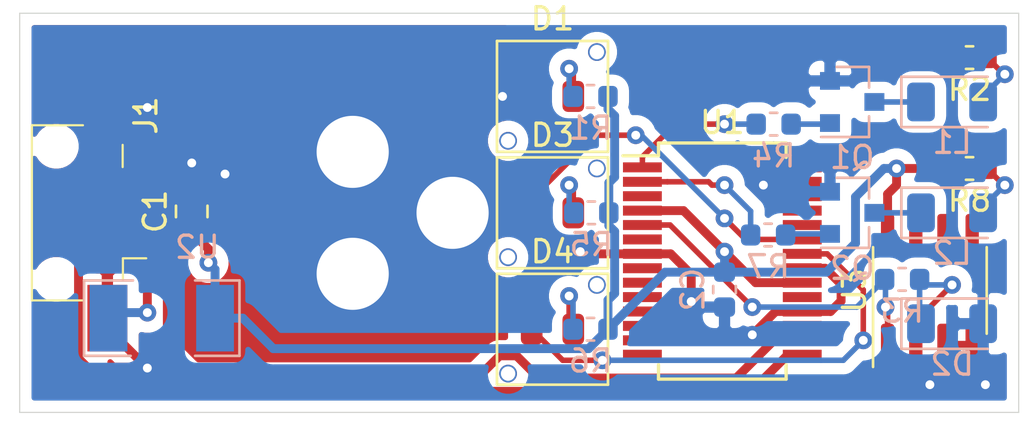
<source format=kicad_pcb>
(kicad_pcb (version 20171130) (host pcbnew "(5.1.2)-2")

  (general
    (thickness 1.6)
    (drawings 4)
    (tracks 186)
    (zones 0)
    (modules 22)
    (nets 34)
  )

  (page A4)
  (layers
    (0 F.Cu signal)
    (31 B.Cu signal)
    (32 B.Adhes user)
    (33 F.Adhes user)
    (34 B.Paste user)
    (35 F.Paste user)
    (36 B.SilkS user)
    (37 F.SilkS user)
    (38 B.Mask user)
    (39 F.Mask user)
    (40 Dwgs.User user)
    (41 Cmts.User user)
    (42 Eco1.User user)
    (43 Eco2.User user)
    (44 Edge.Cuts user)
    (45 Margin user)
    (46 B.CrtYd user)
    (47 F.CrtYd user)
    (48 B.Fab user)
    (49 F.Fab user)
  )

  (setup
    (last_trace_width 0.4)
    (user_trace_width 0.4)
    (user_trace_width 0.6)
    (trace_clearance 0.2)
    (zone_clearance 0.508)
    (zone_45_only no)
    (trace_min 0.2)
    (via_size 0.8)
    (via_drill 0.4)
    (via_min_size 0.4)
    (via_min_drill 0.3)
    (uvia_size 0.3)
    (uvia_drill 0.1)
    (uvias_allowed no)
    (uvia_min_size 0.2)
    (uvia_min_drill 0.1)
    (edge_width 0.05)
    (segment_width 0.2)
    (pcb_text_width 0.3)
    (pcb_text_size 1.5 1.5)
    (mod_edge_width 0.12)
    (mod_text_size 1 1)
    (mod_text_width 0.15)
    (pad_size 1.524 1.524)
    (pad_drill 0.762)
    (pad_to_mask_clearance 0.051)
    (solder_mask_min_width 0.25)
    (aux_axis_origin 0 0)
    (visible_elements 7FFFFFFF)
    (pcbplotparams
      (layerselection 0x010fc_ffffffff)
      (usegerberextensions false)
      (usegerberattributes false)
      (usegerberadvancedattributes false)
      (creategerberjobfile false)
      (excludeedgelayer true)
      (linewidth 0.100000)
      (plotframeref false)
      (viasonmask false)
      (mode 1)
      (useauxorigin false)
      (hpglpennumber 1)
      (hpglpenspeed 20)
      (hpglpendiameter 15.000000)
      (psnegative false)
      (psa4output false)
      (plotreference true)
      (plotvalue true)
      (plotinvisibletext false)
      (padsonsilk false)
      (subtractmaskfromsilk false)
      (outputformat 1)
      (mirror false)
      (drillshape 1)
      (scaleselection 1)
      (outputdirectory ""))
  )

  (net 0 "")
  (net 1 GND)
  (net 2 "Net-(D1-Pad2)")
  (net 3 "Net-(D2-Pad1)")
  (net 4 "Net-(D3-Pad2)")
  (net 5 "Net-(D3-Pad1)")
  (net 6 "Net-(D4-Pad2)")
  (net 7 "Net-(D4-Pad1)")
  (net 8 "Net-(J1-Pad1)")
  (net 9 "Net-(J1-Pad2)")
  (net 10 "Net-(J1-Pad3)")
  (net 11 "Net-(J1-Pad4)")
  (net 12 "Net-(L1-Pad2)")
  (net 13 "Net-(L1-Pad1)")
  (net 14 "Net-(L2-Pad2)")
  (net 15 "Net-(L2-Pad1)")
  (net 16 "Net-(Q1-Pad1)")
  (net 17 "Net-(Q2-Pad1)")
  (net 18 +5V)
  (net 19 "Net-(R3-Pad1)")
  (net 20 "Net-(R4-Pad1)")
  (net 21 /DTR)
  (net 22 "Net-(U1-Pad28)")
  (net 23 "Net-(U1-Pad27)")
  (net 24 "Net-(U1-Pad19)")
  (net 25 "Net-(U1-Pad17)")
  (net 26 "Net-(U1-Pad14)")
  (net 27 "Net-(U1-Pad13)")
  (net 28 "Net-(U1-Pad12)")
  (net 29 "Net-(U1-Pad11)")
  (net 30 "Net-(U1-Pad10)")
  (net 31 "Net-(U1-Pad9)")
  (net 32 "Net-(U1-Pad6)")
  (net 33 "Net-(U1-Pad3)")

  (net_class Default "This is the default net class."
    (clearance 0.2)
    (trace_width 0.25)
    (via_dia 0.8)
    (via_drill 0.4)
    (uvia_dia 0.3)
    (uvia_drill 0.1)
    (add_net +5V)
    (add_net /DTR)
    (add_net GND)
    (add_net "Net-(D1-Pad2)")
    (add_net "Net-(D2-Pad1)")
    (add_net "Net-(D3-Pad1)")
    (add_net "Net-(D3-Pad2)")
    (add_net "Net-(D4-Pad1)")
    (add_net "Net-(D4-Pad2)")
    (add_net "Net-(J1-Pad1)")
    (add_net "Net-(J1-Pad2)")
    (add_net "Net-(J1-Pad3)")
    (add_net "Net-(J1-Pad4)")
    (add_net "Net-(L1-Pad1)")
    (add_net "Net-(L1-Pad2)")
    (add_net "Net-(L2-Pad1)")
    (add_net "Net-(L2-Pad2)")
    (add_net "Net-(Q1-Pad1)")
    (add_net "Net-(Q2-Pad1)")
    (add_net "Net-(R3-Pad1)")
    (add_net "Net-(R4-Pad1)")
    (add_net "Net-(U1-Pad10)")
    (add_net "Net-(U1-Pad11)")
    (add_net "Net-(U1-Pad12)")
    (add_net "Net-(U1-Pad13)")
    (add_net "Net-(U1-Pad14)")
    (add_net "Net-(U1-Pad17)")
    (add_net "Net-(U1-Pad19)")
    (add_net "Net-(U1-Pad27)")
    (add_net "Net-(U1-Pad28)")
    (add_net "Net-(U1-Pad3)")
    (add_net "Net-(U1-Pad6)")
    (add_net "Net-(U1-Pad9)")
  )

  (module hodgkin:LED_0805_LightPipe locked (layer F.Cu) (tedit 5D51D8E0) (tstamp 5D522537)
    (at 124 105.25)
    (descr "LED SMD 1206 (3216 Metric), square (rectangular) end terminal, IPC_7351 nominal, (Body size source: http://www.tortai-tech.com/upload/download/2011102023233369053.pdf), generated with kicad-footprint-generator")
    (tags diode)
    (path /5D635FEF)
    (attr smd)
    (fp_text reference D4 (at 0 -3.5) (layer F.SilkS)
      (effects (font (size 1 1) (thickness 0.15)))
    )
    (fp_text value green (at 0.25 3.75) (layer F.Fab)
      (effects (font (size 1 1) (thickness 0.15)))
    )
    (fp_line (start -2.5 2.5) (end -2.5 -2.5) (layer F.SilkS) (width 0.12))
    (fp_line (start 2.5 2.5) (end -2.5 2.5) (layer F.SilkS) (width 0.12))
    (fp_line (start 2.5 -2.5) (end 2.5 2.5) (layer F.SilkS) (width 0.12))
    (fp_line (start -2.5 -2.5) (end 2.5 -2.5) (layer F.SilkS) (width 0.12))
    (fp_text user %R (at 0 0) (layer F.Fab)
      (effects (font (size 0.5 0.5) (thickness 0.08)))
    )
    (fp_line (start -0.7 -0.6) (end -1 -0.3) (layer F.Fab) (width 0.1))
    (fp_line (start -1 -0.3) (end -1 0.6) (layer F.Fab) (width 0.1))
    (fp_line (start 1 0.6) (end 1 -0.6) (layer F.Fab) (width 0.1))
    (pad 1 smd roundrect (at -0.9375 0) (size 0.975 1.4) (layers F.Cu F.Paste F.Mask) (roundrect_rratio 0.25)
      (net 7 "Net-(D4-Pad1)"))
    (pad 2 smd roundrect (at 0.9375 0) (size 0.975 1.4) (layers F.Cu F.Paste F.Mask) (roundrect_rratio 0.25)
      (net 6 "Net-(D4-Pad2)"))
    (pad "" thru_hole circle (at 2 -2) (size 0.8 0.8) (drill 0.65) (layers *.Cu *.Mask))
    (pad "" thru_hole circle (at -2 2) (size 0.8 0.8) (drill 0.65) (layers *.Cu *.Mask))
    (model ${KISYS3DMOD}/LED_SMD.3dshapes/LED_1206_3216Metric.wrl
      (at (xyz 0 0 0))
      (scale (xyz 1 1 1))
      (rotate (xyz 0 0 0))
    )
  )

  (module hodgkin:LED_0805_LightPipe locked (layer F.Cu) (tedit 5D51D8E0) (tstamp 5D522524)
    (at 124 100)
    (descr "LED SMD 1206 (3216 Metric), square (rectangular) end terminal, IPC_7351 nominal, (Body size source: http://www.tortai-tech.com/upload/download/2011102023233369053.pdf), generated with kicad-footprint-generator")
    (tags diode)
    (path /5D634F61)
    (attr smd)
    (fp_text reference D3 (at 0 -3.5) (layer F.SilkS)
      (effects (font (size 1 1) (thickness 0.15)))
    )
    (fp_text value red (at 0.25 3.75) (layer F.Fab)
      (effects (font (size 1 1) (thickness 0.15)))
    )
    (fp_line (start -2.5 2.5) (end -2.5 -2.5) (layer F.SilkS) (width 0.12))
    (fp_line (start 2.5 2.5) (end -2.5 2.5) (layer F.SilkS) (width 0.12))
    (fp_line (start 2.5 -2.5) (end 2.5 2.5) (layer F.SilkS) (width 0.12))
    (fp_line (start -2.5 -2.5) (end 2.5 -2.5) (layer F.SilkS) (width 0.12))
    (fp_text user %R (at 0 0) (layer F.Fab)
      (effects (font (size 0.5 0.5) (thickness 0.08)))
    )
    (fp_line (start -0.7 -0.6) (end -1 -0.3) (layer F.Fab) (width 0.1))
    (fp_line (start -1 -0.3) (end -1 0.6) (layer F.Fab) (width 0.1))
    (fp_line (start 1 0.6) (end 1 -0.6) (layer F.Fab) (width 0.1))
    (pad 1 smd roundrect (at -0.9375 0) (size 0.975 1.4) (layers F.Cu F.Paste F.Mask) (roundrect_rratio 0.25)
      (net 5 "Net-(D3-Pad1)"))
    (pad 2 smd roundrect (at 0.9375 0) (size 0.975 1.4) (layers F.Cu F.Paste F.Mask) (roundrect_rratio 0.25)
      (net 4 "Net-(D3-Pad2)"))
    (pad "" thru_hole circle (at 2 -2) (size 0.8 0.8) (drill 0.65) (layers *.Cu *.Mask))
    (pad "" thru_hole circle (at -2 2) (size 0.8 0.8) (drill 0.65) (layers *.Cu *.Mask))
    (model ${KISYS3DMOD}/LED_SMD.3dshapes/LED_1206_3216Metric.wrl
      (at (xyz 0 0 0))
      (scale (xyz 1 1 1))
      (rotate (xyz 0 0 0))
    )
  )

  (module hodgkin:LED_0805_LightPipe locked (layer F.Cu) (tedit 5D51D8E0) (tstamp 5D523A45)
    (at 124 94.75)
    (descr "LED SMD 1206 (3216 Metric), square (rectangular) end terminal, IPC_7351 nominal, (Body size source: http://www.tortai-tech.com/upload/download/2011102023233369053.pdf), generated with kicad-footprint-generator")
    (tags diode)
    (path /5D57E9DC)
    (attr smd)
    (fp_text reference D1 (at 0 -3.5) (layer F.SilkS)
      (effects (font (size 1 1) (thickness 0.15)))
    )
    (fp_text value blue (at 0.25 3.75) (layer F.Fab)
      (effects (font (size 1 1) (thickness 0.15)))
    )
    (fp_line (start -2.5 2.5) (end -2.5 -2.5) (layer F.SilkS) (width 0.12))
    (fp_line (start 2.5 2.5) (end -2.5 2.5) (layer F.SilkS) (width 0.12))
    (fp_line (start 2.5 -2.5) (end 2.5 2.5) (layer F.SilkS) (width 0.12))
    (fp_line (start -2.5 -2.5) (end 2.5 -2.5) (layer F.SilkS) (width 0.12))
    (fp_text user %R (at 0 0) (layer F.Fab)
      (effects (font (size 0.5 0.5) (thickness 0.08)))
    )
    (fp_line (start -0.7 -0.6) (end -1 -0.3) (layer F.Fab) (width 0.1))
    (fp_line (start -1 -0.3) (end -1 0.6) (layer F.Fab) (width 0.1))
    (fp_line (start 1 0.6) (end 1 -0.6) (layer F.Fab) (width 0.1))
    (pad 1 smd roundrect (at -0.9375 0) (size 0.975 1.4) (layers F.Cu F.Paste F.Mask) (roundrect_rratio 0.25)
      (net 1 GND))
    (pad 2 smd roundrect (at 0.9375 0) (size 0.975 1.4) (layers F.Cu F.Paste F.Mask) (roundrect_rratio 0.25)
      (net 2 "Net-(D1-Pad2)"))
    (pad "" thru_hole circle (at 2 -2) (size 0.8 0.8) (drill 0.65) (layers *.Cu *.Mask))
    (pad "" thru_hole circle (at -2 2) (size 0.8 0.8) (drill 0.65) (layers *.Cu *.Mask))
    (model ${KISYS3DMOD}/LED_SMD.3dshapes/LED_1206_3216Metric.wrl
      (at (xyz 0 0 0))
      (scale (xyz 1 1 1))
      (rotate (xyz 0 0 0))
    )
  )

  (module Package_SO:SOIC-8_3.9x4.9mm_P1.27mm (layer F.Cu) (tedit 5C97300E) (tstamp 5D522688)
    (at 141 103.5 90)
    (descr "SOIC, 8 Pin (JEDEC MS-012AA, https://www.analog.com/media/en/package-pcb-resources/package/pkg_pdf/soic_narrow-r/r_8.pdf), generated with kicad-footprint-generator ipc_gullwing_generator.py")
    (tags "SOIC SO")
    (path /5D588BDA)
    (attr smd)
    (fp_text reference U3 (at 0 -3.4 90) (layer F.SilkS)
      (effects (font (size 1 1) (thickness 0.15)))
    )
    (fp_text value AD8620 (at 0 3.4 90) (layer F.Fab)
      (effects (font (size 1 1) (thickness 0.15)))
    )
    (fp_text user %R (at 0 0 90) (layer F.Fab)
      (effects (font (size 0.98 0.98) (thickness 0.15)))
    )
    (fp_line (start 3.7 -2.7) (end -3.7 -2.7) (layer F.CrtYd) (width 0.05))
    (fp_line (start 3.7 2.7) (end 3.7 -2.7) (layer F.CrtYd) (width 0.05))
    (fp_line (start -3.7 2.7) (end 3.7 2.7) (layer F.CrtYd) (width 0.05))
    (fp_line (start -3.7 -2.7) (end -3.7 2.7) (layer F.CrtYd) (width 0.05))
    (fp_line (start -1.95 -1.475) (end -0.975 -2.45) (layer F.Fab) (width 0.1))
    (fp_line (start -1.95 2.45) (end -1.95 -1.475) (layer F.Fab) (width 0.1))
    (fp_line (start 1.95 2.45) (end -1.95 2.45) (layer F.Fab) (width 0.1))
    (fp_line (start 1.95 -2.45) (end 1.95 2.45) (layer F.Fab) (width 0.1))
    (fp_line (start -0.975 -2.45) (end 1.95 -2.45) (layer F.Fab) (width 0.1))
    (fp_line (start 0 -2.56) (end -3.45 -2.56) (layer F.SilkS) (width 0.12))
    (fp_line (start 0 -2.56) (end 1.95 -2.56) (layer F.SilkS) (width 0.12))
    (fp_line (start 0 2.56) (end -1.95 2.56) (layer F.SilkS) (width 0.12))
    (fp_line (start 0 2.56) (end 1.95 2.56) (layer F.SilkS) (width 0.12))
    (pad 8 smd roundrect (at 2.475 -1.905 90) (size 1.95 0.6) (layers F.Cu F.Paste F.Mask) (roundrect_rratio 0.25)
      (net 18 +5V))
    (pad 7 smd roundrect (at 2.475 -0.635 90) (size 1.95 0.6) (layers F.Cu F.Paste F.Mask) (roundrect_rratio 0.25))
    (pad 6 smd roundrect (at 2.475 0.635 90) (size 1.95 0.6) (layers F.Cu F.Paste F.Mask) (roundrect_rratio 0.25))
    (pad 5 smd roundrect (at 2.475 1.905 90) (size 1.95 0.6) (layers F.Cu F.Paste F.Mask) (roundrect_rratio 0.25))
    (pad 4 smd roundrect (at -2.475 1.905 90) (size 1.95 0.6) (layers F.Cu F.Paste F.Mask) (roundrect_rratio 0.25)
      (net 1 GND))
    (pad 3 smd roundrect (at -2.475 0.635 90) (size 1.95 0.6) (layers F.Cu F.Paste F.Mask) (roundrect_rratio 0.25)
      (net 1 GND))
    (pad 2 smd roundrect (at -2.475 -0.635 90) (size 1.95 0.6) (layers F.Cu F.Paste F.Mask) (roundrect_rratio 0.25)
      (net 3 "Net-(D2-Pad1)"))
    (pad 1 smd roundrect (at -2.475 -1.905 90) (size 1.95 0.6) (layers F.Cu F.Paste F.Mask) (roundrect_rratio 0.25)
      (net 19 "Net-(R3-Pad1)"))
    (model ${KISYS3DMOD}/Package_SO.3dshapes/SOIC-8_3.9x4.9mm_P1.27mm.wrl
      (at (xyz 0 0 0))
      (scale (xyz 1 1 1))
      (rotate (xyz 0 0 0))
    )
  )

  (module hodgkin:MF-MSMF (layer B.Cu) (tedit 5D51D04D) (tstamp 5D560B1D)
    (at 104 104.75)
    (path /5D6439A1)
    (fp_text reference U2 (at 4 -3.2) (layer B.SilkS)
      (effects (font (size 1 1) (thickness 0.15)) (justify mirror))
    )
    (fp_text value MFFSMF050 (at 1.5 2.75) (layer B.Fab)
      (effects (font (size 1 1) (thickness 0.15)) (justify mirror))
    )
    (fp_line (start -1.1 -1.7) (end 1.1 -1.7) (layer B.SilkS) (width 0.12))
    (fp_line (start -1.1 1.7) (end -1.1 -1.7) (layer B.SilkS) (width 0.12))
    (fp_line (start 1 1.7) (end -1.1 1.7) (layer B.SilkS) (width 0.12))
    (fp_line (start 5.9 1.7) (end 3.9 1.7) (layer B.SilkS) (width 0.12))
    (fp_line (start 5.9 -1.7) (end 3.9 -1.7) (layer B.SilkS) (width 0.12))
    (fp_line (start 5.9 -1.7) (end 5.9 1.7) (layer B.SilkS) (width 0.12))
    (pad 2 smd rect (at 4.8 0) (size 1.7 3) (layers B.Cu B.Paste B.Mask)
      (net 18 +5V))
    (pad 1 smd rect (at 0 0) (size 1.7 3) (layers B.Cu B.Paste B.Mask)
      (net 8 "Net-(J1-Pad1)"))
  )

  (module Package_SO:SSOP-28_5.3x10.2mm_P0.65mm (layer F.Cu) (tedit 5A02F25C) (tstamp 5D523EAF)
    (at 131.65 102.175)
    (descr "28-Lead Plastic Shrink Small Outline (SS)-5.30 mm Body [SSOP] (see Microchip Packaging Specification 00000049BS.pdf)")
    (tags "SSOP 0.65")
    (path /5D4F35E5)
    (attr smd)
    (fp_text reference U1 (at 0 -6.25) (layer F.SilkS)
      (effects (font (size 1 1) (thickness 0.15)))
    )
    (fp_text value FT232RL (at 0 6.25) (layer F.Fab)
      (effects (font (size 1 1) (thickness 0.15)))
    )
    (fp_text user %R (at 0 0) (layer F.Fab)
      (effects (font (size 0.8 0.8) (thickness 0.15)))
    )
    (fp_line (start -2.875 -4.75) (end -4.475 -4.75) (layer F.SilkS) (width 0.15))
    (fp_line (start -2.875 5.325) (end 2.875 5.325) (layer F.SilkS) (width 0.15))
    (fp_line (start -2.875 -5.325) (end 2.875 -5.325) (layer F.SilkS) (width 0.15))
    (fp_line (start -2.875 5.325) (end -2.875 4.675) (layer F.SilkS) (width 0.15))
    (fp_line (start 2.875 5.325) (end 2.875 4.675) (layer F.SilkS) (width 0.15))
    (fp_line (start 2.875 -5.325) (end 2.875 -4.675) (layer F.SilkS) (width 0.15))
    (fp_line (start -2.875 -5.325) (end -2.875 -4.75) (layer F.SilkS) (width 0.15))
    (fp_line (start -4.75 5.5) (end 4.75 5.5) (layer F.CrtYd) (width 0.05))
    (fp_line (start -4.75 -5.5) (end 4.75 -5.5) (layer F.CrtYd) (width 0.05))
    (fp_line (start 4.75 -5.5) (end 4.75 5.5) (layer F.CrtYd) (width 0.05))
    (fp_line (start -4.75 -5.5) (end -4.75 5.5) (layer F.CrtYd) (width 0.05))
    (fp_line (start -2.65 -4.1) (end -1.65 -5.1) (layer F.Fab) (width 0.15))
    (fp_line (start -2.65 5.1) (end -2.65 -4.1) (layer F.Fab) (width 0.15))
    (fp_line (start 2.65 5.1) (end -2.65 5.1) (layer F.Fab) (width 0.15))
    (fp_line (start 2.65 -5.1) (end 2.65 5.1) (layer F.Fab) (width 0.15))
    (fp_line (start -1.65 -5.1) (end 2.65 -5.1) (layer F.Fab) (width 0.15))
    (pad 28 smd rect (at 3.6 -4.225) (size 1.75 0.45) (layers F.Cu F.Paste F.Mask)
      (net 22 "Net-(U1-Pad28)"))
    (pad 27 smd rect (at 3.6 -3.575) (size 1.75 0.45) (layers F.Cu F.Paste F.Mask)
      (net 23 "Net-(U1-Pad27)"))
    (pad 26 smd rect (at 3.6 -2.925) (size 1.75 0.45) (layers F.Cu F.Paste F.Mask)
      (net 1 GND))
    (pad 25 smd rect (at 3.6 -2.275) (size 1.75 0.45) (layers F.Cu F.Paste F.Mask)
      (net 1 GND))
    (pad 24 smd rect (at 3.6 -1.625) (size 1.75 0.45) (layers F.Cu F.Paste F.Mask))
    (pad 23 smd rect (at 3.6 -0.975) (size 1.75 0.45) (layers F.Cu F.Paste F.Mask)
      (net 5 "Net-(D3-Pad1)"))
    (pad 22 smd rect (at 3.6 -0.325) (size 1.75 0.45) (layers F.Cu F.Paste F.Mask)
      (net 7 "Net-(D4-Pad1)"))
    (pad 21 smd rect (at 3.6 0.325) (size 1.75 0.45) (layers F.Cu F.Paste F.Mask)
      (net 1 GND))
    (pad 20 smd rect (at 3.6 0.975) (size 1.75 0.45) (layers F.Cu F.Paste F.Mask)
      (net 18 +5V))
    (pad 19 smd rect (at 3.6 1.625) (size 1.75 0.45) (layers F.Cu F.Paste F.Mask)
      (net 24 "Net-(U1-Pad19)"))
    (pad 18 smd rect (at 3.6 2.275) (size 1.75 0.45) (layers F.Cu F.Paste F.Mask)
      (net 1 GND))
    (pad 17 smd rect (at 3.6 2.925) (size 1.75 0.45) (layers F.Cu F.Paste F.Mask)
      (net 25 "Net-(U1-Pad17)"))
    (pad 16 smd rect (at 3.6 3.575) (size 1.75 0.45) (layers F.Cu F.Paste F.Mask)
      (net 9 "Net-(J1-Pad2)"))
    (pad 15 smd rect (at 3.6 4.225) (size 1.75 0.45) (layers F.Cu F.Paste F.Mask)
      (net 10 "Net-(J1-Pad3)"))
    (pad 14 smd rect (at -3.6 4.225) (size 1.75 0.45) (layers F.Cu F.Paste F.Mask)
      (net 26 "Net-(U1-Pad14)"))
    (pad 13 smd rect (at -3.6 3.575) (size 1.75 0.45) (layers F.Cu F.Paste F.Mask)
      (net 27 "Net-(U1-Pad13)"))
    (pad 12 smd rect (at -3.6 2.925) (size 1.75 0.45) (layers F.Cu F.Paste F.Mask)
      (net 28 "Net-(U1-Pad12)"))
    (pad 11 smd rect (at -3.6 2.275) (size 1.75 0.45) (layers F.Cu F.Paste F.Mask)
      (net 29 "Net-(U1-Pad11)"))
    (pad 10 smd rect (at -3.6 1.625) (size 1.75 0.45) (layers F.Cu F.Paste F.Mask)
      (net 30 "Net-(U1-Pad10)"))
    (pad 9 smd rect (at -3.6 0.975) (size 1.75 0.45) (layers F.Cu F.Paste F.Mask)
      (net 31 "Net-(U1-Pad9)"))
    (pad 8 smd rect (at -3.6 0.325) (size 1.75 0.45) (layers F.Cu F.Paste F.Mask))
    (pad 7 smd rect (at -3.6 -0.325) (size 1.75 0.45) (layers F.Cu F.Paste F.Mask)
      (net 1 GND))
    (pad 6 smd rect (at -3.6 -0.975) (size 1.75 0.45) (layers F.Cu F.Paste F.Mask)
      (net 32 "Net-(U1-Pad6)"))
    (pad 5 smd rect (at -3.6 -1.625) (size 1.75 0.45) (layers F.Cu F.Paste F.Mask)
      (net 19 "Net-(R3-Pad1)"))
    (pad 4 smd rect (at -3.6 -2.275) (size 1.75 0.45) (layers F.Cu F.Paste F.Mask)
      (net 18 +5V))
    (pad 3 smd rect (at -3.6 -2.925) (size 1.75 0.45) (layers F.Cu F.Paste F.Mask)
      (net 33 "Net-(U1-Pad3)"))
    (pad 2 smd rect (at -3.6 -3.575) (size 1.75 0.45) (layers F.Cu F.Paste F.Mask)
      (net 21 /DTR))
    (pad 1 smd rect (at -3.6 -4.225) (size 1.75 0.45) (layers F.Cu F.Paste F.Mask)
      (net 20 "Net-(R4-Pad1)"))
    (model ${KISYS3DMOD}/Package_SO.3dshapes/SSOP-28_5.3x10.2mm_P0.65mm.wrl
      (at (xyz 0 0 0))
      (scale (xyz 1 1 1))
      (rotate (xyz 0 0 0))
    )
  )

  (module Resistor_SMD:R_0603_1608Metric (layer F.Cu) (tedit 5B301BBD) (tstamp 5D522631)
    (at 142.7875 98 180)
    (descr "Resistor SMD 0603 (1608 Metric), square (rectangular) end terminal, IPC_7351 nominal, (Body size source: http://www.tortai-tech.com/upload/download/2011102023233369053.pdf), generated with kicad-footprint-generator")
    (tags resistor)
    (path /5D6237DB)
    (attr smd)
    (fp_text reference R8 (at 0 -1.43) (layer F.SilkS)
      (effects (font (size 1 1) (thickness 0.15)))
    )
    (fp_text value R (at 0 1.43) (layer F.Fab)
      (effects (font (size 1 1) (thickness 0.15)))
    )
    (fp_text user %R (at 0 0) (layer F.Fab)
      (effects (font (size 0.4 0.4) (thickness 0.06)))
    )
    (fp_line (start 1.48 0.73) (end -1.48 0.73) (layer F.CrtYd) (width 0.05))
    (fp_line (start 1.48 -0.73) (end 1.48 0.73) (layer F.CrtYd) (width 0.05))
    (fp_line (start -1.48 -0.73) (end 1.48 -0.73) (layer F.CrtYd) (width 0.05))
    (fp_line (start -1.48 0.73) (end -1.48 -0.73) (layer F.CrtYd) (width 0.05))
    (fp_line (start -0.162779 0.51) (end 0.162779 0.51) (layer F.SilkS) (width 0.12))
    (fp_line (start -0.162779 -0.51) (end 0.162779 -0.51) (layer F.SilkS) (width 0.12))
    (fp_line (start 0.8 0.4) (end -0.8 0.4) (layer F.Fab) (width 0.1))
    (fp_line (start 0.8 -0.4) (end 0.8 0.4) (layer F.Fab) (width 0.1))
    (fp_line (start -0.8 -0.4) (end 0.8 -0.4) (layer F.Fab) (width 0.1))
    (fp_line (start -0.8 0.4) (end -0.8 -0.4) (layer F.Fab) (width 0.1))
    (pad 2 smd roundrect (at 0.7875 0 180) (size 0.875 0.95) (layers F.Cu F.Paste F.Mask) (roundrect_rratio 0.25)
      (net 18 +5V))
    (pad 1 smd roundrect (at -0.7875 0 180) (size 0.875 0.95) (layers F.Cu F.Paste F.Mask) (roundrect_rratio 0.25)
      (net 14 "Net-(L2-Pad2)"))
    (model ${KISYS3DMOD}/Resistor_SMD.3dshapes/R_0603_1608Metric.wrl
      (at (xyz 0 0 0))
      (scale (xyz 1 1 1))
      (rotate (xyz 0 0 0))
    )
  )

  (module Resistor_SMD:R_0603_1608Metric (layer B.Cu) (tedit 5B301BBD) (tstamp 5D522620)
    (at 133.7125 101)
    (descr "Resistor SMD 0603 (1608 Metric), square (rectangular) end terminal, IPC_7351 nominal, (Body size source: http://www.tortai-tech.com/upload/download/2011102023233369053.pdf), generated with kicad-footprint-generator")
    (tags resistor)
    (path /5D6237E1)
    (attr smd)
    (fp_text reference R7 (at 0 1.43) (layer B.SilkS)
      (effects (font (size 1 1) (thickness 0.15)) (justify mirror))
    )
    (fp_text value R (at 0 -1.43) (layer B.Fab)
      (effects (font (size 1 1) (thickness 0.15)) (justify mirror))
    )
    (fp_text user %R (at 0 0) (layer B.Fab)
      (effects (font (size 0.4 0.4) (thickness 0.06)) (justify mirror))
    )
    (fp_line (start 1.48 -0.73) (end -1.48 -0.73) (layer B.CrtYd) (width 0.05))
    (fp_line (start 1.48 0.73) (end 1.48 -0.73) (layer B.CrtYd) (width 0.05))
    (fp_line (start -1.48 0.73) (end 1.48 0.73) (layer B.CrtYd) (width 0.05))
    (fp_line (start -1.48 -0.73) (end -1.48 0.73) (layer B.CrtYd) (width 0.05))
    (fp_line (start -0.162779 -0.51) (end 0.162779 -0.51) (layer B.SilkS) (width 0.12))
    (fp_line (start -0.162779 0.51) (end 0.162779 0.51) (layer B.SilkS) (width 0.12))
    (fp_line (start 0.8 -0.4) (end -0.8 -0.4) (layer B.Fab) (width 0.1))
    (fp_line (start 0.8 0.4) (end 0.8 -0.4) (layer B.Fab) (width 0.1))
    (fp_line (start -0.8 0.4) (end 0.8 0.4) (layer B.Fab) (width 0.1))
    (fp_line (start -0.8 -0.4) (end -0.8 0.4) (layer B.Fab) (width 0.1))
    (pad 2 smd roundrect (at 0.7875 0) (size 0.875 0.95) (layers B.Cu B.Paste B.Mask) (roundrect_rratio 0.25)
      (net 17 "Net-(Q2-Pad1)"))
    (pad 1 smd roundrect (at -0.7875 0) (size 0.875 0.95) (layers B.Cu B.Paste B.Mask) (roundrect_rratio 0.25)
      (net 21 /DTR))
    (model ${KISYS3DMOD}/Resistor_SMD.3dshapes/R_0603_1608Metric.wrl
      (at (xyz 0 0 0))
      (scale (xyz 1 1 1))
      (rotate (xyz 0 0 0))
    )
  )

  (module Resistor_SMD:R_0603_1608Metric (layer B.Cu) (tedit 5B301BBD) (tstamp 5D52260F)
    (at 125.7125 105.25)
    (descr "Resistor SMD 0603 (1608 Metric), square (rectangular) end terminal, IPC_7351 nominal, (Body size source: http://www.tortai-tech.com/upload/download/2011102023233369053.pdf), generated with kicad-footprint-generator")
    (tags resistor)
    (path /5D63C0E7)
    (attr smd)
    (fp_text reference R6 (at 0 1.43) (layer B.SilkS)
      (effects (font (size 1 1) (thickness 0.15)) (justify mirror))
    )
    (fp_text value R (at 0 -1.43) (layer B.Fab)
      (effects (font (size 1 1) (thickness 0.15)) (justify mirror))
    )
    (fp_text user %R (at 0 0) (layer B.Fab)
      (effects (font (size 0.4 0.4) (thickness 0.06)) (justify mirror))
    )
    (fp_line (start 1.48 -0.73) (end -1.48 -0.73) (layer B.CrtYd) (width 0.05))
    (fp_line (start 1.48 0.73) (end 1.48 -0.73) (layer B.CrtYd) (width 0.05))
    (fp_line (start -1.48 0.73) (end 1.48 0.73) (layer B.CrtYd) (width 0.05))
    (fp_line (start -1.48 -0.73) (end -1.48 0.73) (layer B.CrtYd) (width 0.05))
    (fp_line (start -0.162779 -0.51) (end 0.162779 -0.51) (layer B.SilkS) (width 0.12))
    (fp_line (start -0.162779 0.51) (end 0.162779 0.51) (layer B.SilkS) (width 0.12))
    (fp_line (start 0.8 -0.4) (end -0.8 -0.4) (layer B.Fab) (width 0.1))
    (fp_line (start 0.8 0.4) (end 0.8 -0.4) (layer B.Fab) (width 0.1))
    (fp_line (start -0.8 0.4) (end 0.8 0.4) (layer B.Fab) (width 0.1))
    (fp_line (start -0.8 -0.4) (end -0.8 0.4) (layer B.Fab) (width 0.1))
    (pad 2 smd roundrect (at 0.7875 0) (size 0.875 0.95) (layers B.Cu B.Paste B.Mask) (roundrect_rratio 0.25)
      (net 18 +5V))
    (pad 1 smd roundrect (at -0.7875 0) (size 0.875 0.95) (layers B.Cu B.Paste B.Mask) (roundrect_rratio 0.25)
      (net 6 "Net-(D4-Pad2)"))
    (model ${KISYS3DMOD}/Resistor_SMD.3dshapes/R_0603_1608Metric.wrl
      (at (xyz 0 0 0))
      (scale (xyz 1 1 1))
      (rotate (xyz 0 0 0))
    )
  )

  (module Resistor_SMD:R_0603_1608Metric (layer B.Cu) (tedit 5B301BBD) (tstamp 5D5225FE)
    (at 125.75 100)
    (descr "Resistor SMD 0603 (1608 Metric), square (rectangular) end terminal, IPC_7351 nominal, (Body size source: http://www.tortai-tech.com/upload/download/2011102023233369053.pdf), generated with kicad-footprint-generator")
    (tags resistor)
    (path /5D63B737)
    (attr smd)
    (fp_text reference R5 (at 0 1.43) (layer B.SilkS)
      (effects (font (size 1 1) (thickness 0.15)) (justify mirror))
    )
    (fp_text value R (at 0 -1.43) (layer B.Fab)
      (effects (font (size 1 1) (thickness 0.15)) (justify mirror))
    )
    (fp_text user %R (at 0 0) (layer B.Fab)
      (effects (font (size 0.4 0.4) (thickness 0.06)) (justify mirror))
    )
    (fp_line (start 1.48 -0.73) (end -1.48 -0.73) (layer B.CrtYd) (width 0.05))
    (fp_line (start 1.48 0.73) (end 1.48 -0.73) (layer B.CrtYd) (width 0.05))
    (fp_line (start -1.48 0.73) (end 1.48 0.73) (layer B.CrtYd) (width 0.05))
    (fp_line (start -1.48 -0.73) (end -1.48 0.73) (layer B.CrtYd) (width 0.05))
    (fp_line (start -0.162779 -0.51) (end 0.162779 -0.51) (layer B.SilkS) (width 0.12))
    (fp_line (start -0.162779 0.51) (end 0.162779 0.51) (layer B.SilkS) (width 0.12))
    (fp_line (start 0.8 -0.4) (end -0.8 -0.4) (layer B.Fab) (width 0.1))
    (fp_line (start 0.8 0.4) (end 0.8 -0.4) (layer B.Fab) (width 0.1))
    (fp_line (start -0.8 0.4) (end 0.8 0.4) (layer B.Fab) (width 0.1))
    (fp_line (start -0.8 -0.4) (end -0.8 0.4) (layer B.Fab) (width 0.1))
    (pad 2 smd roundrect (at 0.7875 0) (size 0.875 0.95) (layers B.Cu B.Paste B.Mask) (roundrect_rratio 0.25)
      (net 18 +5V))
    (pad 1 smd roundrect (at -0.7875 0) (size 0.875 0.95) (layers B.Cu B.Paste B.Mask) (roundrect_rratio 0.25)
      (net 4 "Net-(D3-Pad2)"))
    (model ${KISYS3DMOD}/Resistor_SMD.3dshapes/R_0603_1608Metric.wrl
      (at (xyz 0 0 0))
      (scale (xyz 1 1 1))
      (rotate (xyz 0 0 0))
    )
  )

  (module Resistor_SMD:R_0603_1608Metric (layer B.Cu) (tedit 5B301BBD) (tstamp 5D5225ED)
    (at 133.9625 96)
    (descr "Resistor SMD 0603 (1608 Metric), square (rectangular) end terminal, IPC_7351 nominal, (Body size source: http://www.tortai-tech.com/upload/download/2011102023233369053.pdf), generated with kicad-footprint-generator")
    (tags resistor)
    (path /5D5EE18C)
    (attr smd)
    (fp_text reference R4 (at 0 1.43) (layer B.SilkS)
      (effects (font (size 1 1) (thickness 0.15)) (justify mirror))
    )
    (fp_text value R (at 0 -1.43) (layer B.Fab)
      (effects (font (size 1 1) (thickness 0.15)) (justify mirror))
    )
    (fp_text user %R (at 0 0) (layer B.Fab)
      (effects (font (size 0.4 0.4) (thickness 0.06)) (justify mirror))
    )
    (fp_line (start 1.48 -0.73) (end -1.48 -0.73) (layer B.CrtYd) (width 0.05))
    (fp_line (start 1.48 0.73) (end 1.48 -0.73) (layer B.CrtYd) (width 0.05))
    (fp_line (start -1.48 0.73) (end 1.48 0.73) (layer B.CrtYd) (width 0.05))
    (fp_line (start -1.48 -0.73) (end -1.48 0.73) (layer B.CrtYd) (width 0.05))
    (fp_line (start -0.162779 -0.51) (end 0.162779 -0.51) (layer B.SilkS) (width 0.12))
    (fp_line (start -0.162779 0.51) (end 0.162779 0.51) (layer B.SilkS) (width 0.12))
    (fp_line (start 0.8 -0.4) (end -0.8 -0.4) (layer B.Fab) (width 0.1))
    (fp_line (start 0.8 0.4) (end 0.8 -0.4) (layer B.Fab) (width 0.1))
    (fp_line (start -0.8 0.4) (end 0.8 0.4) (layer B.Fab) (width 0.1))
    (fp_line (start -0.8 -0.4) (end -0.8 0.4) (layer B.Fab) (width 0.1))
    (pad 2 smd roundrect (at 0.7875 0) (size 0.875 0.95) (layers B.Cu B.Paste B.Mask) (roundrect_rratio 0.25)
      (net 16 "Net-(Q1-Pad1)"))
    (pad 1 smd roundrect (at -0.7875 0) (size 0.875 0.95) (layers B.Cu B.Paste B.Mask) (roundrect_rratio 0.25)
      (net 20 "Net-(R4-Pad1)"))
    (model ${KISYS3DMOD}/Resistor_SMD.3dshapes/R_0603_1608Metric.wrl
      (at (xyz 0 0 0))
      (scale (xyz 1 1 1))
      (rotate (xyz 0 0 0))
    )
  )

  (module Resistor_SMD:R_0603_1608Metric (layer B.Cu) (tedit 5B301BBD) (tstamp 5D5225DC)
    (at 139.75 103)
    (descr "Resistor SMD 0603 (1608 Metric), square (rectangular) end terminal, IPC_7351 nominal, (Body size source: http://www.tortai-tech.com/upload/download/2011102023233369053.pdf), generated with kicad-footprint-generator")
    (tags resistor)
    (path /5D5298AC)
    (attr smd)
    (fp_text reference R3 (at 0 1.43) (layer B.SilkS)
      (effects (font (size 1 1) (thickness 0.15)) (justify mirror))
    )
    (fp_text value R (at 0 -1.43) (layer B.Fab)
      (effects (font (size 1 1) (thickness 0.15)) (justify mirror))
    )
    (fp_text user %R (at 0 0) (layer B.Fab)
      (effects (font (size 0.4 0.4) (thickness 0.06)) (justify mirror))
    )
    (fp_line (start 1.48 -0.73) (end -1.48 -0.73) (layer B.CrtYd) (width 0.05))
    (fp_line (start 1.48 0.73) (end 1.48 -0.73) (layer B.CrtYd) (width 0.05))
    (fp_line (start -1.48 0.73) (end 1.48 0.73) (layer B.CrtYd) (width 0.05))
    (fp_line (start -1.48 -0.73) (end -1.48 0.73) (layer B.CrtYd) (width 0.05))
    (fp_line (start -0.162779 -0.51) (end 0.162779 -0.51) (layer B.SilkS) (width 0.12))
    (fp_line (start -0.162779 0.51) (end 0.162779 0.51) (layer B.SilkS) (width 0.12))
    (fp_line (start 0.8 -0.4) (end -0.8 -0.4) (layer B.Fab) (width 0.1))
    (fp_line (start 0.8 0.4) (end 0.8 -0.4) (layer B.Fab) (width 0.1))
    (fp_line (start -0.8 0.4) (end 0.8 0.4) (layer B.Fab) (width 0.1))
    (fp_line (start -0.8 -0.4) (end -0.8 0.4) (layer B.Fab) (width 0.1))
    (pad 2 smd roundrect (at 0.7875 0) (size 0.875 0.95) (layers B.Cu B.Paste B.Mask) (roundrect_rratio 0.25)
      (net 3 "Net-(D2-Pad1)"))
    (pad 1 smd roundrect (at -0.7875 0) (size 0.875 0.95) (layers B.Cu B.Paste B.Mask) (roundrect_rratio 0.25)
      (net 19 "Net-(R3-Pad1)"))
    (model ${KISYS3DMOD}/Resistor_SMD.3dshapes/R_0603_1608Metric.wrl
      (at (xyz 0 0 0))
      (scale (xyz 1 1 1))
      (rotate (xyz 0 0 0))
    )
  )

  (module Resistor_SMD:R_0603_1608Metric (layer F.Cu) (tedit 5B301BBD) (tstamp 5D5225CB)
    (at 142.7875 93 180)
    (descr "Resistor SMD 0603 (1608 Metric), square (rectangular) end terminal, IPC_7351 nominal, (Body size source: http://www.tortai-tech.com/upload/download/2011102023233369053.pdf), generated with kicad-footprint-generator")
    (tags resistor)
    (path /5D52ED2A)
    (attr smd)
    (fp_text reference R2 (at 0 -1.43) (layer F.SilkS)
      (effects (font (size 1 1) (thickness 0.15)))
    )
    (fp_text value R (at 0 1.43) (layer F.Fab)
      (effects (font (size 1 1) (thickness 0.15)))
    )
    (fp_text user %R (at 0 0) (layer F.Fab)
      (effects (font (size 0.4 0.4) (thickness 0.06)))
    )
    (fp_line (start 1.48 0.73) (end -1.48 0.73) (layer F.CrtYd) (width 0.05))
    (fp_line (start 1.48 -0.73) (end 1.48 0.73) (layer F.CrtYd) (width 0.05))
    (fp_line (start -1.48 -0.73) (end 1.48 -0.73) (layer F.CrtYd) (width 0.05))
    (fp_line (start -1.48 0.73) (end -1.48 -0.73) (layer F.CrtYd) (width 0.05))
    (fp_line (start -0.162779 0.51) (end 0.162779 0.51) (layer F.SilkS) (width 0.12))
    (fp_line (start -0.162779 -0.51) (end 0.162779 -0.51) (layer F.SilkS) (width 0.12))
    (fp_line (start 0.8 0.4) (end -0.8 0.4) (layer F.Fab) (width 0.1))
    (fp_line (start 0.8 -0.4) (end 0.8 0.4) (layer F.Fab) (width 0.1))
    (fp_line (start -0.8 -0.4) (end 0.8 -0.4) (layer F.Fab) (width 0.1))
    (fp_line (start -0.8 0.4) (end -0.8 -0.4) (layer F.Fab) (width 0.1))
    (pad 2 smd roundrect (at 0.7875 0 180) (size 0.875 0.95) (layers F.Cu F.Paste F.Mask) (roundrect_rratio 0.25)
      (net 18 +5V))
    (pad 1 smd roundrect (at -0.7875 0 180) (size 0.875 0.95) (layers F.Cu F.Paste F.Mask) (roundrect_rratio 0.25)
      (net 12 "Net-(L1-Pad2)"))
    (model ${KISYS3DMOD}/Resistor_SMD.3dshapes/R_0603_1608Metric.wrl
      (at (xyz 0 0 0))
      (scale (xyz 1 1 1))
      (rotate (xyz 0 0 0))
    )
  )

  (module Resistor_SMD:R_0603_1608Metric (layer B.Cu) (tedit 5B301BBD) (tstamp 5D5225BA)
    (at 125.7125 94.75)
    (descr "Resistor SMD 0603 (1608 Metric), square (rectangular) end terminal, IPC_7351 nominal, (Body size source: http://www.tortai-tech.com/upload/download/2011102023233369053.pdf), generated with kicad-footprint-generator")
    (tags resistor)
    (path /5D58046E)
    (attr smd)
    (fp_text reference R1 (at 0 1.43 180) (layer B.SilkS)
      (effects (font (size 1 1) (thickness 0.15)) (justify mirror))
    )
    (fp_text value R_US (at 0 -1.43 180) (layer B.Fab)
      (effects (font (size 1 1) (thickness 0.15)) (justify mirror))
    )
    (fp_text user %R (at 0 0 180) (layer B.Fab)
      (effects (font (size 0.4 0.4) (thickness 0.06)) (justify mirror))
    )
    (fp_line (start 1.48 -0.73) (end -1.48 -0.73) (layer B.CrtYd) (width 0.05))
    (fp_line (start 1.48 0.73) (end 1.48 -0.73) (layer B.CrtYd) (width 0.05))
    (fp_line (start -1.48 0.73) (end 1.48 0.73) (layer B.CrtYd) (width 0.05))
    (fp_line (start -1.48 -0.73) (end -1.48 0.73) (layer B.CrtYd) (width 0.05))
    (fp_line (start -0.162779 -0.51) (end 0.162779 -0.51) (layer B.SilkS) (width 0.12))
    (fp_line (start -0.162779 0.51) (end 0.162779 0.51) (layer B.SilkS) (width 0.12))
    (fp_line (start 0.8 -0.4) (end -0.8 -0.4) (layer B.Fab) (width 0.1))
    (fp_line (start 0.8 0.4) (end 0.8 -0.4) (layer B.Fab) (width 0.1))
    (fp_line (start -0.8 0.4) (end 0.8 0.4) (layer B.Fab) (width 0.1))
    (fp_line (start -0.8 -0.4) (end -0.8 0.4) (layer B.Fab) (width 0.1))
    (pad 2 smd roundrect (at 0.7875 0) (size 0.875 0.95) (layers B.Cu B.Paste B.Mask) (roundrect_rratio 0.25)
      (net 18 +5V))
    (pad 1 smd roundrect (at -0.7875 0) (size 0.875 0.95) (layers B.Cu B.Paste B.Mask) (roundrect_rratio 0.25)
      (net 2 "Net-(D1-Pad2)"))
    (model ${KISYS3DMOD}/Resistor_SMD.3dshapes/R_0603_1608Metric.wrl
      (at (xyz 0 0 0))
      (scale (xyz 1 1 1))
      (rotate (xyz 0 0 0))
    )
  )

  (module Package_TO_SOT_SMD:SOT-23 (layer B.Cu) (tedit 5A02FF57) (tstamp 5D55B057)
    (at 137.5 100)
    (descr "SOT-23, Standard")
    (tags SOT-23)
    (path /5D6237D5)
    (attr smd)
    (fp_text reference Q2 (at 0 2.5) (layer B.SilkS)
      (effects (font (size 1 1) (thickness 0.15)) (justify mirror))
    )
    (fp_text value BC850 (at 0 -2.5) (layer B.Fab)
      (effects (font (size 1 1) (thickness 0.15)) (justify mirror))
    )
    (fp_line (start 0.76 -1.58) (end -0.7 -1.58) (layer B.SilkS) (width 0.12))
    (fp_line (start 0.76 1.58) (end -1.4 1.58) (layer B.SilkS) (width 0.12))
    (fp_line (start -1.7 -1.75) (end -1.7 1.75) (layer B.CrtYd) (width 0.05))
    (fp_line (start 1.7 -1.75) (end -1.7 -1.75) (layer B.CrtYd) (width 0.05))
    (fp_line (start 1.7 1.75) (end 1.7 -1.75) (layer B.CrtYd) (width 0.05))
    (fp_line (start -1.7 1.75) (end 1.7 1.75) (layer B.CrtYd) (width 0.05))
    (fp_line (start 0.76 1.58) (end 0.76 0.65) (layer B.SilkS) (width 0.12))
    (fp_line (start 0.76 -1.58) (end 0.76 -0.65) (layer B.SilkS) (width 0.12))
    (fp_line (start -0.7 -1.52) (end 0.7 -1.52) (layer B.Fab) (width 0.1))
    (fp_line (start 0.7 1.52) (end 0.7 -1.52) (layer B.Fab) (width 0.1))
    (fp_line (start -0.7 0.95) (end -0.15 1.52) (layer B.Fab) (width 0.1))
    (fp_line (start -0.15 1.52) (end 0.7 1.52) (layer B.Fab) (width 0.1))
    (fp_line (start -0.7 0.95) (end -0.7 -1.5) (layer B.Fab) (width 0.1))
    (fp_text user %R (at 0 0 -90) (layer B.Fab)
      (effects (font (size 0.5 0.5) (thickness 0.075)) (justify mirror))
    )
    (pad 3 smd rect (at 1 0) (size 0.9 0.8) (layers B.Cu B.Paste B.Mask)
      (net 15 "Net-(L2-Pad1)"))
    (pad 2 smd rect (at -1 -0.95) (size 0.9 0.8) (layers B.Cu B.Paste B.Mask)
      (net 1 GND))
    (pad 1 smd rect (at -1 0.95) (size 0.9 0.8) (layers B.Cu B.Paste B.Mask)
      (net 17 "Net-(Q2-Pad1)"))
    (model ${KISYS3DMOD}/Package_TO_SOT_SMD.3dshapes/SOT-23.wrl
      (at (xyz 0 0 0))
      (scale (xyz 1 1 1))
      (rotate (xyz 0 0 0))
    )
  )

  (module Package_TO_SOT_SMD:SOT-23 (layer B.Cu) (tedit 5A02FF57) (tstamp 5D522594)
    (at 137.5 95)
    (descr "SOT-23, Standard")
    (tags SOT-23)
    (path /5D5E9DDA)
    (attr smd)
    (fp_text reference Q1 (at 0 2.5) (layer B.SilkS)
      (effects (font (size 1 1) (thickness 0.15)) (justify mirror))
    )
    (fp_text value BC850 (at 0 -2.5) (layer B.Fab)
      (effects (font (size 1 1) (thickness 0.15)) (justify mirror))
    )
    (fp_line (start 0.76 -1.58) (end -0.7 -1.58) (layer B.SilkS) (width 0.12))
    (fp_line (start 0.76 1.58) (end -1.4 1.58) (layer B.SilkS) (width 0.12))
    (fp_line (start -1.7 -1.75) (end -1.7 1.75) (layer B.CrtYd) (width 0.05))
    (fp_line (start 1.7 -1.75) (end -1.7 -1.75) (layer B.CrtYd) (width 0.05))
    (fp_line (start 1.7 1.75) (end 1.7 -1.75) (layer B.CrtYd) (width 0.05))
    (fp_line (start -1.7 1.75) (end 1.7 1.75) (layer B.CrtYd) (width 0.05))
    (fp_line (start 0.76 1.58) (end 0.76 0.65) (layer B.SilkS) (width 0.12))
    (fp_line (start 0.76 -1.58) (end 0.76 -0.65) (layer B.SilkS) (width 0.12))
    (fp_line (start -0.7 -1.52) (end 0.7 -1.52) (layer B.Fab) (width 0.1))
    (fp_line (start 0.7 1.52) (end 0.7 -1.52) (layer B.Fab) (width 0.1))
    (fp_line (start -0.7 0.95) (end -0.15 1.52) (layer B.Fab) (width 0.1))
    (fp_line (start -0.15 1.52) (end 0.7 1.52) (layer B.Fab) (width 0.1))
    (fp_line (start -0.7 0.95) (end -0.7 -1.5) (layer B.Fab) (width 0.1))
    (fp_text user %R (at 0 0 -90) (layer B.Fab)
      (effects (font (size 0.5 0.5) (thickness 0.075)) (justify mirror))
    )
    (pad 3 smd rect (at 1 0) (size 0.9 0.8) (layers B.Cu B.Paste B.Mask)
      (net 13 "Net-(L1-Pad1)"))
    (pad 2 smd rect (at -1 -0.95) (size 0.9 0.8) (layers B.Cu B.Paste B.Mask)
      (net 1 GND))
    (pad 1 smd rect (at -1 0.95) (size 0.9 0.8) (layers B.Cu B.Paste B.Mask)
      (net 16 "Net-(Q1-Pad1)"))
    (model ${KISYS3DMOD}/Package_TO_SOT_SMD.3dshapes/SOT-23.wrl
      (at (xyz 0 0 0))
      (scale (xyz 1 1 1))
      (rotate (xyz 0 0 0))
    )
  )

  (module Diode_SMD:D_1206_3216Metric (layer B.Cu) (tedit 5B301BBE) (tstamp 5D52257F)
    (at 142 100)
    (descr "Diode SMD 1206 (3216 Metric), square (rectangular) end terminal, IPC_7351 nominal, (Body size source: http://www.tortai-tech.com/upload/download/2011102023233369053.pdf), generated with kicad-footprint-generator")
    (tags diode)
    (path /5D6237C9)
    (attr smd)
    (fp_text reference L2 (at 0 1.82) (layer B.SilkS)
      (effects (font (size 1 1) (thickness 0.15)) (justify mirror))
    )
    (fp_text value IR_DTR (at 0 -1.82) (layer B.Fab)
      (effects (font (size 1 1) (thickness 0.15)) (justify mirror))
    )
    (fp_text user %R (at 0 0) (layer B.Fab)
      (effects (font (size 0.8 0.8) (thickness 0.12)) (justify mirror))
    )
    (fp_line (start 2.28 -1.12) (end -2.28 -1.12) (layer B.CrtYd) (width 0.05))
    (fp_line (start 2.28 1.12) (end 2.28 -1.12) (layer B.CrtYd) (width 0.05))
    (fp_line (start -2.28 1.12) (end 2.28 1.12) (layer B.CrtYd) (width 0.05))
    (fp_line (start -2.28 -1.12) (end -2.28 1.12) (layer B.CrtYd) (width 0.05))
    (fp_line (start -2.285 -1.135) (end 1.6 -1.135) (layer B.SilkS) (width 0.12))
    (fp_line (start -2.285 1.135) (end -2.285 -1.135) (layer B.SilkS) (width 0.12))
    (fp_line (start 1.6 1.135) (end -2.285 1.135) (layer B.SilkS) (width 0.12))
    (fp_line (start 1.6 -0.8) (end 1.6 0.8) (layer B.Fab) (width 0.1))
    (fp_line (start -1.6 -0.8) (end 1.6 -0.8) (layer B.Fab) (width 0.1))
    (fp_line (start -1.6 0.4) (end -1.6 -0.8) (layer B.Fab) (width 0.1))
    (fp_line (start -1.2 0.8) (end -1.6 0.4) (layer B.Fab) (width 0.1))
    (fp_line (start 1.6 0.8) (end -1.2 0.8) (layer B.Fab) (width 0.1))
    (pad 2 smd roundrect (at 1.4 0) (size 1.25 1.75) (layers B.Cu B.Paste B.Mask) (roundrect_rratio 0.2)
      (net 14 "Net-(L2-Pad2)"))
    (pad 1 smd roundrect (at -1.4 0) (size 1.25 1.75) (layers B.Cu B.Paste B.Mask) (roundrect_rratio 0.2)
      (net 15 "Net-(L2-Pad1)"))
    (model ${KISYS3DMOD}/Diode_SMD.3dshapes/D_1206_3216Metric.wrl
      (at (xyz 0 0 0))
      (scale (xyz 1 1 1))
      (rotate (xyz 0 0 0))
    )
  )

  (module Diode_SMD:D_1206_3216Metric (layer B.Cu) (tedit 5B301BBE) (tstamp 5D562A63)
    (at 142 95)
    (descr "Diode SMD 1206 (3216 Metric), square (rectangular) end terminal, IPC_7351 nominal, (Body size source: http://www.tortai-tech.com/upload/download/2011102023233369053.pdf), generated with kicad-footprint-generator")
    (tags diode)
    (path /5D4FF20B)
    (attr smd)
    (fp_text reference L1 (at 0 1.82) (layer B.SilkS)
      (effects (font (size 1 1) (thickness 0.15)) (justify mirror))
    )
    (fp_text value IR_TX (at 0 -1.82) (layer B.Fab)
      (effects (font (size 1 1) (thickness 0.15)) (justify mirror))
    )
    (fp_text user %R (at 0 0) (layer B.Fab)
      (effects (font (size 0.8 0.8) (thickness 0.12)) (justify mirror))
    )
    (fp_line (start 2.28 -1.12) (end -2.28 -1.12) (layer B.CrtYd) (width 0.05))
    (fp_line (start 2.28 1.12) (end 2.28 -1.12) (layer B.CrtYd) (width 0.05))
    (fp_line (start -2.28 1.12) (end 2.28 1.12) (layer B.CrtYd) (width 0.05))
    (fp_line (start -2.28 -1.12) (end -2.28 1.12) (layer B.CrtYd) (width 0.05))
    (fp_line (start -2.285 -1.135) (end 1.6 -1.135) (layer B.SilkS) (width 0.12))
    (fp_line (start -2.285 1.135) (end -2.285 -1.135) (layer B.SilkS) (width 0.12))
    (fp_line (start 1.6 1.135) (end -2.285 1.135) (layer B.SilkS) (width 0.12))
    (fp_line (start 1.6 -0.8) (end 1.6 0.8) (layer B.Fab) (width 0.1))
    (fp_line (start -1.6 -0.8) (end 1.6 -0.8) (layer B.Fab) (width 0.1))
    (fp_line (start -1.6 0.4) (end -1.6 -0.8) (layer B.Fab) (width 0.1))
    (fp_line (start -1.2 0.8) (end -1.6 0.4) (layer B.Fab) (width 0.1))
    (fp_line (start 1.6 0.8) (end -1.2 0.8) (layer B.Fab) (width 0.1))
    (pad 2 smd roundrect (at 1.4 0) (size 1.25 1.75) (layers B.Cu B.Paste B.Mask) (roundrect_rratio 0.2)
      (net 12 "Net-(L1-Pad2)"))
    (pad 1 smd roundrect (at -1.4 0) (size 1.25 1.75) (layers B.Cu B.Paste B.Mask) (roundrect_rratio 0.2)
      (net 13 "Net-(L1-Pad1)"))
    (model ${KISYS3DMOD}/Diode_SMD.3dshapes/D_1206_3216Metric.wrl
      (at (xyz 0 0 0))
      (scale (xyz 1 1 1))
      (rotate (xyz 0 0 0))
    )
  )

  (module Connector_USB:USB_Mini-B_AdamTech_MUSB-B5-S-VT-TSMT-1_SMD_Vertical (layer F.Cu) (tedit 5B6C3FF0) (tstamp 5D522559)
    (at 103.5 100 180)
    (descr http://www.adam-tech.com/upload/MUSB-B5-S-VT-TSMT-1.pdf)
    (tags "USB Mini-B")
    (path /5D4F53F9)
    (attr smd)
    (fp_text reference J1 (at -2.18 4.39 90) (layer F.SilkS)
      (effects (font (size 1 1) (thickness 0.15)))
    )
    (fp_text value USB_B_Mini (at 0 7.58) (layer F.Fab)
      (effects (font (size 1 1) (thickness 0.15)))
    )
    (fp_line (start -0.65 -1.6) (end -1.05 -1.35) (layer F.Fab) (width 0.1))
    (fp_line (start -1.05 -1.85) (end -0.65 -1.6) (layer F.Fab) (width 0.1))
    (fp_line (start 2.95 -3.95) (end 0.65 -3.95) (layer F.SilkS) (width 0.1))
    (fp_line (start 2.95 3.95) (end 2.95 -3.95) (layer F.SilkS) (width 0.1))
    (fp_line (start 0.65 3.95) (end 2.95 3.95) (layer F.SilkS) (width 0.1))
    (fp_line (start -1.138539 2.064476) (end -1.138539 3.064476) (layer F.SilkS) (width 0.1))
    (fp_line (start -2.2 -2.05) (end -1.15 -2.05) (layer F.SilkS) (width 0.1))
    (fp_line (start -1.15 -2.05) (end -1.15 -3.05) (layer F.SilkS) (width 0.1))
    (fp_line (start 0.2 -5.85) (end 0.2 -3.85) (layer F.Fab) (width 0.1))
    (fp_line (start -1.05 -5.85) (end 0.2 -5.85) (layer F.Fab) (width 0.1))
    (fp_line (start 0.2 5.85) (end 0.2 3.85) (layer F.Fab) (width 0.1))
    (fp_line (start -1.05 5.85) (end 0.2 5.85) (layer F.Fab) (width 0.1))
    (fp_line (start -1.05 -5.85) (end -1.05 5.85) (layer F.Fab) (width 0.1))
    (fp_line (start -1.05 3.85) (end 2.85 3.85) (layer F.Fab) (width 0.1))
    (fp_line (start 2.85 -3.85) (end -1.05 -3.85) (layer F.Fab) (width 0.1))
    (fp_line (start 2.85 3.85) (end 2.85 -3.85) (layer F.Fab) (width 0.1))
    (fp_text user %R (at 0.49 0.015 90) (layer F.Fab)
      (effects (font (size 1 1) (thickness 0.15)))
    )
    (fp_line (start -2.85 6.75) (end -2.85 -6.75) (layer F.CrtYd) (width 0.05))
    (fp_line (start 3.35 6.75) (end -2.85 6.75) (layer F.CrtYd) (width 0.05))
    (fp_line (start 3.35 -6.75) (end 3.35 6.75) (layer F.CrtYd) (width 0.05))
    (fp_line (start -2.85 -6.75) (end 3.35 -6.75) (layer F.CrtYd) (width 0.05))
    (pad 6 smd rect (at -0.45 -4.75 270) (size 3 1.8) (layers F.Cu F.Paste F.Mask)
      (net 1 GND))
    (pad 6 smd rect (at -0.45 4.75 270) (size 3 1.8) (layers F.Cu F.Paste F.Mask)
      (net 1 GND))
    (pad 1 smd rect (at -1.6 -1.6 270) (size 0.5 1.5) (layers F.Cu F.Paste F.Mask)
      (net 8 "Net-(J1-Pad1)"))
    (pad 2 smd rect (at -1.6 -0.8 270) (size 0.5 1.5) (layers F.Cu F.Paste F.Mask)
      (net 9 "Net-(J1-Pad2)"))
    (pad 3 smd rect (at -1.6 0 270) (size 0.5 1.5) (layers F.Cu F.Paste F.Mask)
      (net 10 "Net-(J1-Pad3)"))
    (pad 4 smd rect (at -1.6 0.8 270) (size 0.5 1.5) (layers F.Cu F.Paste F.Mask)
      (net 11 "Net-(J1-Pad4)"))
    (pad 5 smd rect (at -1.6 1.6 270) (size 0.5 1.5) (layers F.Cu F.Paste F.Mask)
      (net 1 GND))
    (pad "" np_thru_hole circle (at 1.85 -3 270) (size 1 1) (drill 1) (layers *.Cu *.Mask))
    (pad "" np_thru_hole circle (at 1.85 3 270) (size 1 1) (drill 1) (layers *.Cu *.Mask))
    (model ${KISYS3DMOD}/Connector_USB.3dshapes/USB_Mini-B_AdamTech_MUSB-B5-S-VT-TSMT-1_SMD_Vertical.wrl
      (at (xyz 0 0 0))
      (scale (xyz 1 1 1))
      (rotate (xyz 0 0 0))
    )
  )

  (module LED_SMD:LED_1206_3216Metric (layer B.Cu) (tedit 5B301BBE) (tstamp 5D522511)
    (at 142 105)
    (descr "LED SMD 1206 (3216 Metric), square (rectangular) end terminal, IPC_7351 nominal, (Body size source: http://www.tortai-tech.com/upload/download/2011102023233369053.pdf), generated with kicad-footprint-generator")
    (tags diode)
    (path /5D50434A)
    (attr smd)
    (fp_text reference D2 (at 0 1.82) (layer B.SilkS)
      (effects (font (size 1 1) (thickness 0.15)) (justify mirror))
    )
    (fp_text value PD_RX (at 0 -1.82) (layer B.Fab)
      (effects (font (size 1 1) (thickness 0.15)) (justify mirror))
    )
    (fp_text user %R (at 0 0) (layer B.Fab)
      (effects (font (size 0.8 0.8) (thickness 0.12)) (justify mirror))
    )
    (fp_line (start 2.28 -1.12) (end -2.28 -1.12) (layer B.CrtYd) (width 0.05))
    (fp_line (start 2.28 1.12) (end 2.28 -1.12) (layer B.CrtYd) (width 0.05))
    (fp_line (start -2.28 1.12) (end 2.28 1.12) (layer B.CrtYd) (width 0.05))
    (fp_line (start -2.28 -1.12) (end -2.28 1.12) (layer B.CrtYd) (width 0.05))
    (fp_line (start -2.285 -1.135) (end 1.6 -1.135) (layer B.SilkS) (width 0.12))
    (fp_line (start -2.285 1.135) (end -2.285 -1.135) (layer B.SilkS) (width 0.12))
    (fp_line (start 1.6 1.135) (end -2.285 1.135) (layer B.SilkS) (width 0.12))
    (fp_line (start 1.6 -0.8) (end 1.6 0.8) (layer B.Fab) (width 0.1))
    (fp_line (start -1.6 -0.8) (end 1.6 -0.8) (layer B.Fab) (width 0.1))
    (fp_line (start -1.6 0.4) (end -1.6 -0.8) (layer B.Fab) (width 0.1))
    (fp_line (start -1.2 0.8) (end -1.6 0.4) (layer B.Fab) (width 0.1))
    (fp_line (start 1.6 0.8) (end -1.2 0.8) (layer B.Fab) (width 0.1))
    (pad 2 smd roundrect (at 1.4 0) (size 1.25 1.75) (layers B.Cu B.Paste B.Mask) (roundrect_rratio 0.2)
      (net 1 GND))
    (pad 1 smd roundrect (at -1.4 0) (size 1.25 1.75) (layers B.Cu B.Paste B.Mask) (roundrect_rratio 0.2)
      (net 3 "Net-(D2-Pad1)"))
    (model ${KISYS3DMOD}/LED_SMD.3dshapes/LED_1206_3216Metric.wrl
      (at (xyz 0 0 0))
      (scale (xyz 1 1 1))
      (rotate (xyz 0 0 0))
    )
  )

  (module Capacitor_SMD:C_0603_1608Metric (layer B.Cu) (tedit 5B301BBE) (tstamp 5D561D2C)
    (at 131.75 103.4625 270)
    (descr "Capacitor SMD 0603 (1608 Metric), square (rectangular) end terminal, IPC_7351 nominal, (Body size source: http://www.tortai-tech.com/upload/download/2011102023233369053.pdf), generated with kicad-footprint-generator")
    (tags capacitor)
    (path /5D4F4A08)
    (attr smd)
    (fp_text reference C2 (at 0 1.43 270) (layer B.SilkS)
      (effects (font (size 1 1) (thickness 0.15)) (justify mirror))
    )
    (fp_text value "100 nF" (at 0 -1.43 270) (layer B.Fab)
      (effects (font (size 1 1) (thickness 0.15)) (justify mirror))
    )
    (fp_text user %R (at 0 0 270) (layer B.Fab)
      (effects (font (size 0.4 0.4) (thickness 0.06)) (justify mirror))
    )
    (fp_line (start 1.48 -0.73) (end -1.48 -0.73) (layer B.CrtYd) (width 0.05))
    (fp_line (start 1.48 0.73) (end 1.48 -0.73) (layer B.CrtYd) (width 0.05))
    (fp_line (start -1.48 0.73) (end 1.48 0.73) (layer B.CrtYd) (width 0.05))
    (fp_line (start -1.48 -0.73) (end -1.48 0.73) (layer B.CrtYd) (width 0.05))
    (fp_line (start -0.162779 -0.51) (end 0.162779 -0.51) (layer B.SilkS) (width 0.12))
    (fp_line (start -0.162779 0.51) (end 0.162779 0.51) (layer B.SilkS) (width 0.12))
    (fp_line (start 0.8 -0.4) (end -0.8 -0.4) (layer B.Fab) (width 0.1))
    (fp_line (start 0.8 0.4) (end 0.8 -0.4) (layer B.Fab) (width 0.1))
    (fp_line (start -0.8 0.4) (end 0.8 0.4) (layer B.Fab) (width 0.1))
    (fp_line (start -0.8 -0.4) (end -0.8 0.4) (layer B.Fab) (width 0.1))
    (pad 2 smd roundrect (at 0.7875 0 270) (size 0.875 0.95) (layers B.Cu B.Paste B.Mask) (roundrect_rratio 0.25)
      (net 1 GND))
    (pad 1 smd roundrect (at -0.7875 0 270) (size 0.875 0.95) (layers B.Cu B.Paste B.Mask) (roundrect_rratio 0.25)
      (net 18 +5V))
    (model ${KISYS3DMOD}/Capacitor_SMD.3dshapes/C_0603_1608Metric.wrl
      (at (xyz 0 0 0))
      (scale (xyz 1 1 1))
      (rotate (xyz 0 0 0))
    )
  )

  (module Capacitor_SMD:C_0805_2012Metric (layer F.Cu) (tedit 5B36C52B) (tstamp 5D560A4C)
    (at 107.75 99.9375 90)
    (descr "Capacitor SMD 0805 (2012 Metric), square (rectangular) end terminal, IPC_7351 nominal, (Body size source: https://docs.google.com/spreadsheets/d/1BsfQQcO9C6DZCsRaXUlFlo91Tg2WpOkGARC1WS5S8t0/edit?usp=sharing), generated with kicad-footprint-generator")
    (tags capacitor)
    (path /5D561161)
    (attr smd)
    (fp_text reference C1 (at 0 -1.65 90) (layer F.SilkS)
      (effects (font (size 1 1) (thickness 0.15)))
    )
    (fp_text value 4.7uF (at 0 1.65 90) (layer F.Fab)
      (effects (font (size 1 1) (thickness 0.15)))
    )
    (fp_text user %R (at 0 0 90) (layer F.Fab)
      (effects (font (size 0.5 0.5) (thickness 0.08)))
    )
    (fp_line (start 1.68 0.95) (end -1.68 0.95) (layer F.CrtYd) (width 0.05))
    (fp_line (start 1.68 -0.95) (end 1.68 0.95) (layer F.CrtYd) (width 0.05))
    (fp_line (start -1.68 -0.95) (end 1.68 -0.95) (layer F.CrtYd) (width 0.05))
    (fp_line (start -1.68 0.95) (end -1.68 -0.95) (layer F.CrtYd) (width 0.05))
    (fp_line (start -0.258578 0.71) (end 0.258578 0.71) (layer F.SilkS) (width 0.12))
    (fp_line (start -0.258578 -0.71) (end 0.258578 -0.71) (layer F.SilkS) (width 0.12))
    (fp_line (start 1 0.6) (end -1 0.6) (layer F.Fab) (width 0.1))
    (fp_line (start 1 -0.6) (end 1 0.6) (layer F.Fab) (width 0.1))
    (fp_line (start -1 -0.6) (end 1 -0.6) (layer F.Fab) (width 0.1))
    (fp_line (start -1 0.6) (end -1 -0.6) (layer F.Fab) (width 0.1))
    (pad 2 smd roundrect (at 0.9375 0 90) (size 0.975 1.4) (layers F.Cu F.Paste F.Mask) (roundrect_rratio 0.25)
      (net 1 GND))
    (pad 1 smd roundrect (at -0.9375 0 90) (size 0.975 1.4) (layers F.Cu F.Paste F.Mask) (roundrect_rratio 0.25)
      (net 18 +5V))
    (model ${KISYS3DMOD}/Capacitor_SMD.3dshapes/C_0805_2012Metric.wrl
      (at (xyz 0 0 0))
      (scale (xyz 1 1 1))
      (rotate (xyz 0 0 0))
    )
  )

  (gr_line (start 145 91) (end 145 109) (layer Edge.Cuts) (width 0.05) (tstamp 5D562088))
  (gr_line (start 100 109) (end 145 109) (layer Edge.Cuts) (width 0.05))
  (gr_line (start 100 91) (end 100 109) (layer Edge.Cuts) (width 0.05))
  (gr_line (start 100 91) (end 145 91) (layer Edge.Cuts) (width 0.05) (tstamp 5D562052))

  (via (at 115 97.25) (size 4) (drill 3.25) (layers F.Cu B.Cu) (net 1) (tstamp 5D55B2F6) (status 40000))
  (via (at 119.5 100) (size 4) (drill 3.25) (layers F.Cu B.Cu) (net 1) (tstamp 5D523F99) (status 40000))
  (via (at 115 102.75) (size 4) (drill 3.25) (layers F.Cu B.Cu) (net 1) (tstamp 5D52574E) (status 40000))
  (via (at 125.25 101.75) (size 0.8) (drill 0.4) (layers F.Cu B.Cu) (net 1))
  (segment (start 128.05 101.85) (end 125.35 101.85) (width 0.4) (layer F.Cu) (net 1))
  (segment (start 125.35 101.85) (end 125.25 101.75) (width 0.4) (layer F.Cu) (net 1))
  (via (at 130.25 104) (size 0.8) (drill 0.4) (layers F.Cu B.Cu) (net 1))
  (segment (start 130.25 102.775) (end 130.25 104) (width 0.4) (layer F.Cu) (net 1))
  (segment (start 128.05 101.85) (end 129.325 101.85) (width 0.4) (layer F.Cu) (net 1))
  (segment (start 129.325 101.85) (end 130.25 102.775) (width 0.4) (layer F.Cu) (net 1))
  (via (at 133 105.5) (size 0.8) (drill 0.4) (layers F.Cu B.Cu) (net 1))
  (segment (start 135.25 104.45) (end 134.05 104.45) (width 0.4) (layer F.Cu) (net 1))
  (segment (start 134.05 104.45) (end 133 105.5) (width 0.4) (layer F.Cu) (net 1))
  (via (at 143.5 107.75) (size 0.8) (drill 0.4) (layers F.Cu B.Cu) (net 1))
  (segment (start 142.905 105.975) (end 142.905 107.155) (width 0.4) (layer F.Cu) (net 1))
  (segment (start 142.905 107.155) (end 143.5 107.75) (width 0.4) (layer F.Cu) (net 1))
  (via (at 121.75 94.75) (size 0.8) (drill 0.4) (layers F.Cu B.Cu) (net 1))
  (segment (start 123.0625 94.75) (end 121.75 94.75) (width 0.4) (layer F.Cu) (net 1))
  (segment (start 107.15 98.4) (end 107.75 99) (width 0.4) (layer F.Cu) (net 1))
  (segment (start 105.1 98.4) (end 107.15 98.4) (width 0.4) (layer F.Cu) (net 1))
  (via (at 105.75 95.25) (size 0.8) (drill 0.4) (layers F.Cu B.Cu) (net 1))
  (segment (start 103.95 95.25) (end 105.75 95.25) (width 0.4) (layer F.Cu) (net 1))
  (via (at 109.25 98.25) (size 0.8) (drill 0.4) (layers F.Cu B.Cu) (net 1))
  (segment (start 105.1 98.4) (end 109.1 98.4) (width 0.4) (layer F.Cu) (net 1))
  (segment (start 109.1 98.4) (end 109.25 98.25) (width 0.4) (layer F.Cu) (net 1))
  (via (at 107.75 97.75) (size 0.8) (drill 0.4) (layers F.Cu B.Cu) (net 1))
  (segment (start 107.75 99) (end 107.75 97.75) (width 0.4) (layer F.Cu) (net 1))
  (via (at 105.75 107) (size 0.8) (drill 0.4) (layers F.Cu B.Cu) (net 1))
  (segment (start 103.95 104.75) (end 103.95 105.2) (width 0.4) (layer F.Cu) (net 1))
  (segment (start 103.95 105.2) (end 105.75 107) (width 0.4) (layer F.Cu) (net 1))
  (segment (start 135.25 99.25) (end 135.25 99.9) (width 0.4) (layer F.Cu) (net 1))
  (via (at 133.5 98.75) (size 0.8) (drill 0.4) (layers F.Cu B.Cu) (net 1))
  (segment (start 135.25 99.25) (end 134 99.25) (width 0.4) (layer F.Cu) (net 1))
  (segment (start 134 99.25) (end 133.5 98.75) (width 0.4) (layer F.Cu) (net 1))
  (segment (start 142.905 105.975) (end 141.635 105.975) (width 0.4) (layer F.Cu) (net 1))
  (via (at 141 107.75) (size 0.8) (drill 0.4) (layers F.Cu B.Cu) (net 1))
  (segment (start 141.635 105.975) (end 141.635 107.115) (width 0.4) (layer F.Cu) (net 1))
  (segment (start 141.635 107.115) (end 141 107.75) (width 0.4) (layer F.Cu) (net 1))
  (segment (start 136.282524 102.5) (end 137 103.217476) (width 0.4) (layer F.Cu) (net 1))
  (segment (start 135.25 102.5) (end 136.282524 102.5) (width 0.4) (layer F.Cu) (net 1))
  (segment (start 136.525 104.45) (end 135.25 104.45) (width 0.4) (layer F.Cu) (net 1))
  (segment (start 137 103.975) (end 136.525 104.45) (width 0.4) (layer F.Cu) (net 1))
  (segment (start 137 103.217476) (end 137 103.975) (width 0.4) (layer F.Cu) (net 1))
  (via (at 124.75 93.5) (size 0.8) (drill 0.4) (layers F.Cu B.Cu) (net 2))
  (segment (start 124.9375 94.75) (end 124.9375 93.6875) (width 0.25) (layer F.Cu) (net 2))
  (segment (start 124.9375 93.6875) (end 124.75 93.5) (width 0.25) (layer F.Cu) (net 2))
  (segment (start 124.75 94.575) (end 124.925 94.75) (width 0.25) (layer B.Cu) (net 2))
  (segment (start 124.75 93.5) (end 124.75 94.575) (width 0.25) (layer B.Cu) (net 2))
  (segment (start 140.5375 104.9375) (end 140.6 105) (width 0.25) (layer B.Cu) (net 3))
  (segment (start 140.5375 103) (end 140.5375 104.9375) (width 0.25) (layer B.Cu) (net 3))
  (via (at 142 103.25) (size 0.8) (drill 0.4) (layers F.Cu B.Cu) (net 3))
  (segment (start 140.365 105.975) (end 140.365 104.885) (width 0.25) (layer F.Cu) (net 3))
  (segment (start 140.365 104.885) (end 142 103.25) (width 0.25) (layer F.Cu) (net 3))
  (segment (start 140.7875 103.25) (end 140.5375 103) (width 0.25) (layer B.Cu) (net 3))
  (segment (start 142 103.25) (end 140.7875 103.25) (width 0.25) (layer B.Cu) (net 3))
  (via (at 124.75 98.75) (size 0.8) (drill 0.4) (layers F.Cu B.Cu) (net 4))
  (segment (start 124.9375 100) (end 124.9375 98.9375) (width 0.25) (layer F.Cu) (net 4))
  (segment (start 124.9375 98.9375) (end 124.75 98.75) (width 0.25) (layer F.Cu) (net 4))
  (segment (start 124.75 99.7875) (end 124.9625 100) (width 0.25) (layer B.Cu) (net 4))
  (segment (start 124.75 98.75) (end 124.75 99.7875) (width 0.25) (layer B.Cu) (net 4))
  (via (at 131.75 100.25) (size 0.8) (drill 0.4) (layers F.Cu B.Cu) (net 5))
  (segment (start 135.25 101.2) (end 132.7 101.2) (width 0.25) (layer F.Cu) (net 5))
  (segment (start 132.7 101.2) (end 131.75 100.25) (width 0.25) (layer F.Cu) (net 5))
  (via (at 127.75 96.5) (size 0.8) (drill 0.4) (layers F.Cu B.Cu) (net 5))
  (segment (start 131.75 100.25) (end 128 96.5) (width 0.25) (layer B.Cu) (net 5))
  (segment (start 128 96.5) (end 127.75 96.5) (width 0.25) (layer B.Cu) (net 5))
  (segment (start 123.618737 99.443763) (end 123.0625 100) (width 0.25) (layer F.Cu) (net 5))
  (segment (start 123.618737 98.808261) (end 123.618737 99.443763) (width 0.25) (layer F.Cu) (net 5))
  (segment (start 125.926998 96.5) (end 123.618737 98.808261) (width 0.25) (layer F.Cu) (net 5))
  (segment (start 127.75 96.5) (end 125.926998 96.5) (width 0.25) (layer F.Cu) (net 5))
  (via (at 124.75 103.75) (size 0.8) (drill 0.4) (layers F.Cu B.Cu) (net 6))
  (segment (start 124.925 105.25) (end 124.925 103.925) (width 0.25) (layer B.Cu) (net 6))
  (segment (start 124.925 103.925) (end 124.75 103.75) (width 0.25) (layer B.Cu) (net 6))
  (segment (start 124.75 105.0625) (end 124.9375 105.25) (width 0.25) (layer F.Cu) (net 6))
  (segment (start 124.75 103.75) (end 124.75 105.0625) (width 0.25) (layer F.Cu) (net 6))
  (via (at 126.25 106.649991) (size 0.8) (drill 0.4) (layers F.Cu B.Cu) (net 7))
  (segment (start 124.462491 106.649991) (end 123.0625 105.25) (width 0.25) (layer F.Cu) (net 7))
  (segment (start 126.25 106.649991) (end 124.462491 106.649991) (width 0.25) (layer F.Cu) (net 7))
  (via (at 138 105.75) (size 0.8) (drill 0.4) (layers F.Cu B.Cu) (net 7))
  (segment (start 138 103.475) (end 138 105.75) (width 0.25) (layer F.Cu) (net 7))
  (segment (start 135.25 101.85) (end 136.375 101.85) (width 0.25) (layer F.Cu) (net 7))
  (segment (start 136.375 101.85) (end 138 103.475) (width 0.25) (layer F.Cu) (net 7))
  (segment (start 136.100009 106.649991) (end 126.25 106.649991) (width 0.25) (layer B.Cu) (net 7))
  (segment (start 138 105.75) (end 137.100009 106.649991) (width 0.25) (layer B.Cu) (net 7))
  (segment (start 137.100009 106.649991) (end 136.100009 106.649991) (width 0.25) (layer B.Cu) (net 7))
  (segment (start 105.1 101.6) (end 105.1 102.35) (width 0.4) (layer F.Cu) (net 8))
  (via (at 105.75 104.5) (size 0.8) (drill 0.4) (layers F.Cu B.Cu) (net 8))
  (segment (start 105.1 102.35) (end 105.75 103) (width 0.4) (layer F.Cu) (net 8))
  (segment (start 105.75 103) (end 105.75 104.5) (width 0.4) (layer F.Cu) (net 8))
  (segment (start 104.25 104.5) (end 104 104.75) (width 0.4) (layer B.Cu) (net 8))
  (segment (start 105.75 104.5) (end 104.25 104.5) (width 0.4) (layer B.Cu) (net 8))
  (segment (start 133.975 105.75) (end 135.25 105.75) (width 0.4) (layer F.Cu) (net 9))
  (segment (start 132.275009 107.449991) (end 133.975 105.75) (width 0.4) (layer F.Cu) (net 9))
  (segment (start 123.383993 107.449991) (end 132.275009 107.449991) (width 0.4) (layer F.Cu) (net 9))
  (segment (start 122.384001 106.449999) (end 123.383993 107.449991) (width 0.4) (layer F.Cu) (net 9))
  (segment (start 121.615999 106.449999) (end 122.384001 106.449999) (width 0.4) (layer F.Cu) (net 9))
  (segment (start 106.25 100.8) (end 106.64999 101.19999) (width 0.4) (layer F.Cu) (net 9))
  (segment (start 105.1 100.8) (end 106.25 100.8) (width 0.4) (layer F.Cu) (net 9))
  (segment (start 106.64999 101.19999) (end 106.64999 106.39999) (width 0.4) (layer F.Cu) (net 9))
  (segment (start 106.64999 106.39999) (end 107.699991 107.449991) (width 0.4) (layer F.Cu) (net 9))
  (segment (start 107.699991 107.449991) (end 120.616007 107.449991) (width 0.4) (layer F.Cu) (net 9))
  (segment (start 120.616007 107.449991) (end 121.615999 106.449999) (width 0.4) (layer F.Cu) (net 9))
  (segment (start 134.6 106.4) (end 135.25 106.4) (width 0.4) (layer F.Cu) (net 10))
  (segment (start 132.949999 108.050001) (end 134.6 106.4) (width 0.4) (layer F.Cu) (net 10))
  (segment (start 104.129999 108.050001) (end 132.949999 108.050001) (width 0.4) (layer F.Cu) (net 10))
  (segment (start 102.649999 106.570001) (end 104.129999 108.050001) (width 0.4) (layer F.Cu) (net 10))
  (segment (start 102.649999 101.529999) (end 102.649999 106.570001) (width 0.4) (layer F.Cu) (net 10))
  (segment (start 104.179998 100) (end 102.649999 101.529999) (width 0.4) (layer F.Cu) (net 10))
  (segment (start 105.1 100) (end 104.179998 100) (width 0.4) (layer F.Cu) (net 10))
  (via (at 144.375 93.75) (size 0.8) (drill 0.4) (layers F.Cu B.Cu) (net 12))
  (segment (start 143.4 95) (end 143.4 94.725) (width 0.25) (layer B.Cu) (net 12))
  (segment (start 143.4 94.725) (end 144.375 93.75) (width 0.25) (layer B.Cu) (net 12))
  (segment (start 144.325 93.75) (end 143.575 93) (width 0.25) (layer F.Cu) (net 12))
  (segment (start 144.375 93.75) (end 144.325 93.75) (width 0.25) (layer F.Cu) (net 12))
  (segment (start 138.5 95) (end 140.6 95) (width 0.25) (layer B.Cu) (net 13))
  (via (at 144.375 98.75) (size 0.8) (drill 0.4) (layers F.Cu B.Cu) (net 14))
  (segment (start 143.4 100) (end 143.4 99.725) (width 0.25) (layer B.Cu) (net 14))
  (segment (start 143.4 99.725) (end 144.375 98.75) (width 0.25) (layer B.Cu) (net 14))
  (segment (start 144.325 98.75) (end 143.575 98) (width 0.25) (layer F.Cu) (net 14))
  (segment (start 144.375 98.75) (end 144.325 98.75) (width 0.25) (layer F.Cu) (net 14))
  (segment (start 140.6 100) (end 138.5 100) (width 0.25) (layer B.Cu) (net 15))
  (segment (start 136.45 96) (end 136.5 95.95) (width 0.25) (layer B.Cu) (net 16))
  (segment (start 134.75 96) (end 136.45 96) (width 0.25) (layer B.Cu) (net 16))
  (segment (start 134.55 100.95) (end 134.5 101) (width 0.25) (layer B.Cu) (net 17))
  (segment (start 136.5 100.95) (end 134.55 100.95) (width 0.25) (layer B.Cu) (net 17))
  (via (at 108.5 102.25) (size 0.8) (drill 0.4) (layers F.Cu B.Cu) (net 18))
  (segment (start 108.8 104.75) (end 108.8 102.55) (width 0.4) (layer B.Cu) (net 18))
  (segment (start 108.8 102.55) (end 108.5 102.25) (width 0.4) (layer B.Cu) (net 18))
  (segment (start 108.5 101.625) (end 107.75 100.875) (width 0.4) (layer F.Cu) (net 18))
  (segment (start 108.5 102.25) (end 108.5 101.625) (width 0.4) (layer F.Cu) (net 18))
  (segment (start 126.5375 100.575) (end 126.5375 100) (width 0.4) (layer B.Cu) (net 18))
  (segment (start 126.800001 100.837501) (end 126.5375 100.575) (width 0.4) (layer B.Cu) (net 18))
  (segment (start 126.800001 103.634001) (end 126.800001 100.837501) (width 0.4) (layer B.Cu) (net 18))
  (segment (start 126.5 103.934002) (end 126.800001 103.634001) (width 0.4) (layer B.Cu) (net 18))
  (segment (start 126.5 105.25) (end 126.5 103.934002) (width 0.4) (layer B.Cu) (net 18))
  (segment (start 126.5 95.325) (end 126.5 94.75) (width 0.4) (layer B.Cu) (net 18))
  (segment (start 126.800001 95.625001) (end 126.5 95.325) (width 0.4) (layer B.Cu) (net 18))
  (segment (start 126.800001 98.384001) (end 126.800001 95.625001) (width 0.4) (layer B.Cu) (net 18))
  (segment (start 126.5375 98.646502) (end 126.800001 98.384001) (width 0.4) (layer B.Cu) (net 18))
  (segment (start 126.5375 100) (end 126.5375 98.646502) (width 0.4) (layer B.Cu) (net 18))
  (segment (start 129.075 102.675) (end 131.75 102.675) (width 0.4) (layer B.Cu) (net 18))
  (segment (start 126.5 105.25) (end 129.075 102.675) (width 0.4) (layer B.Cu) (net 18))
  (via (at 131.75 101.75) (size 0.8) (drill 0.4) (layers F.Cu B.Cu) (net 18))
  (segment (start 131.75 102.675) (end 131.75 101.75) (width 0.4) (layer B.Cu) (net 18))
  (segment (start 129.9 99.9) (end 128.05 99.9) (width 0.4) (layer F.Cu) (net 18))
  (segment (start 131.75 101.75) (end 129.9 99.9) (width 0.4) (layer F.Cu) (net 18))
  (segment (start 133.15 103.15) (end 135.25 103.15) (width 0.4) (layer F.Cu) (net 18))
  (segment (start 131.75 101.75) (end 133.15 103.15) (width 0.4) (layer F.Cu) (net 18))
  (via (at 139.5 98) (size 0.8) (drill 0.4) (layers F.Cu B.Cu) (net 18))
  (segment (start 138.929998 98) (end 139.5 98) (width 0.4) (layer B.Cu) (net 18))
  (segment (start 137.649999 99.279999) (end 138.929998 98) (width 0.4) (layer B.Cu) (net 18))
  (segment (start 137.649999 101.370003) (end 137.649999 99.279999) (width 0.4) (layer B.Cu) (net 18))
  (segment (start 131.75 102.675) (end 136.345002 102.675) (width 0.4) (layer B.Cu) (net 18))
  (segment (start 136.345002 102.675) (end 137.649999 101.370003) (width 0.4) (layer B.Cu) (net 18))
  (segment (start 139.5 98) (end 139.5 98.75) (width 0.4) (layer F.Cu) (net 18))
  (segment (start 139.095 99.155) (end 139.095 101.025) (width 0.4) (layer F.Cu) (net 18))
  (segment (start 139.5 98.75) (end 139.095 99.155) (width 0.4) (layer F.Cu) (net 18))
  (segment (start 139.5 98) (end 142 98) (width 0.4) (layer F.Cu) (net 18))
  (segment (start 142 98) (end 142 93) (width 0.4) (layer F.Cu) (net 18))
  (segment (start 126.038388 105.711612) (end 126.5 105.25) (width 0.4) (layer B.Cu) (net 18))
  (segment (start 125.62499 106.12501) (end 126.038388 105.711612) (width 0.4) (layer B.Cu) (net 18))
  (segment (start 111.42501 106.12501) (end 125.62499 106.12501) (width 0.4) (layer B.Cu) (net 18))
  (segment (start 110.05 104.75) (end 111.42501 106.12501) (width 0.4) (layer B.Cu) (net 18))
  (segment (start 108.8 104.75) (end 110.05 104.75) (width 0.4) (layer B.Cu) (net 18))
  (via (at 133 104.25) (size 0.8) (drill 0.4) (layers F.Cu B.Cu) (net 19))
  (segment (start 138.9625 103) (end 137.7125 104.25) (width 0.25) (layer B.Cu) (net 19))
  (segment (start 137.7125 104.25) (end 133 104.25) (width 0.25) (layer B.Cu) (net 19))
  (segment (start 129.3 100.55) (end 128.05 100.55) (width 0.25) (layer F.Cu) (net 19))
  (segment (start 133 104.25) (end 129.3 100.55) (width 0.25) (layer F.Cu) (net 19))
  (via (at 139 104.25) (size 0.8) (drill 0.4) (layers F.Cu B.Cu) (net 19))
  (segment (start 139.095 105.975) (end 139.095 104.345) (width 0.25) (layer F.Cu) (net 19))
  (segment (start 139.095 104.345) (end 139 104.25) (width 0.25) (layer F.Cu) (net 19))
  (segment (start 139 103.0375) (end 138.9625 103) (width 0.25) (layer B.Cu) (net 19))
  (segment (start 139 104.25) (end 139 103.0375) (width 0.25) (layer B.Cu) (net 19))
  (via (at 131.75 96) (size 0.8) (drill 0.4) (layers F.Cu B.Cu) (net 20))
  (segment (start 129.525 96) (end 131.75 96) (width 0.25) (layer F.Cu) (net 20))
  (segment (start 128.05 97.95) (end 128.05 97.475) (width 0.25) (layer F.Cu) (net 20))
  (segment (start 128.05 97.475) (end 129.525 96) (width 0.25) (layer F.Cu) (net 20))
  (segment (start 131.75 96) (end 133.175 96) (width 0.25) (layer B.Cu) (net 20))
  (via (at 131.75 98.75) (size 0.8) (drill 0.4) (layers F.Cu B.Cu) (net 21))
  (segment (start 132.925 101) (end 132.925 99.925) (width 0.25) (layer B.Cu) (net 21))
  (segment (start 132.925 99.925) (end 131.75 98.75) (width 0.25) (layer B.Cu) (net 21))
  (segment (start 129.175 98.6) (end 128.05 98.6) (width 0.25) (layer F.Cu) (net 21))
  (segment (start 131.034315 98.6) (end 129.175 98.6) (width 0.25) (layer F.Cu) (net 21))
  (segment (start 131.184315 98.75) (end 131.034315 98.6) (width 0.25) (layer F.Cu) (net 21))
  (segment (start 131.75 98.75) (end 131.184315 98.75) (width 0.25) (layer F.Cu) (net 21))

  (zone (net 1) (net_name GND) (layer B.Cu) (tstamp 0) (hatch edge 0.508)
    (connect_pads (clearance 0.508))
    (min_thickness 0.254)
    (fill yes (arc_segments 32) (thermal_gap 0.508) (thermal_bridge_width 0.508))
    (polygon
      (pts
        (xy 100.25 91.25) (xy 144.75 91.25) (xy 144.75 108.75) (xy 100.25 108.75)
      )
    )
    (filled_polygon
      (pts
        (xy 144.34 92.715) (xy 144.273061 92.715) (xy 144.073102 92.754774) (xy 143.884744 92.832795) (xy 143.715226 92.946063)
        (xy 143.571063 93.090226) (xy 143.457795 93.259744) (xy 143.379774 93.448102) (xy 143.372051 93.486928) (xy 143.025 93.486928)
        (xy 142.851746 93.503992) (xy 142.68515 93.554528) (xy 142.531614 93.636595) (xy 142.397038 93.747038) (xy 142.286595 93.881614)
        (xy 142.204528 94.03515) (xy 142.153992 94.201746) (xy 142.136928 94.375) (xy 142.136928 95.625) (xy 142.153992 95.798254)
        (xy 142.204528 95.96485) (xy 142.286595 96.118386) (xy 142.397038 96.252962) (xy 142.531614 96.363405) (xy 142.68515 96.445472)
        (xy 142.851746 96.496008) (xy 143.025 96.513072) (xy 143.775 96.513072) (xy 143.948254 96.496008) (xy 144.11485 96.445472)
        (xy 144.268386 96.363405) (xy 144.34 96.304633) (xy 144.34 97.715) (xy 144.273061 97.715) (xy 144.073102 97.754774)
        (xy 143.884744 97.832795) (xy 143.715226 97.946063) (xy 143.571063 98.090226) (xy 143.457795 98.259744) (xy 143.379774 98.448102)
        (xy 143.372051 98.486928) (xy 143.025 98.486928) (xy 142.851746 98.503992) (xy 142.68515 98.554528) (xy 142.531614 98.636595)
        (xy 142.397038 98.747038) (xy 142.286595 98.881614) (xy 142.204528 99.03515) (xy 142.153992 99.201746) (xy 142.136928 99.375)
        (xy 142.136928 100.625) (xy 142.153992 100.798254) (xy 142.204528 100.96485) (xy 142.286595 101.118386) (xy 142.397038 101.252962)
        (xy 142.531614 101.363405) (xy 142.68515 101.445472) (xy 142.851746 101.496008) (xy 143.025 101.513072) (xy 143.775 101.513072)
        (xy 143.948254 101.496008) (xy 144.11485 101.445472) (xy 144.268386 101.363405) (xy 144.340001 101.304633) (xy 144.340001 103.573353)
        (xy 144.26918 103.535498) (xy 144.149482 103.499188) (xy 144.025 103.486928) (xy 143.68575 103.49) (xy 143.527 103.64875)
        (xy 143.527 104.873) (xy 143.547 104.873) (xy 143.547 105.127) (xy 143.527 105.127) (xy 143.527 106.35125)
        (xy 143.68575 106.51) (xy 144.025 106.513072) (xy 144.149482 106.500812) (xy 144.26918 106.464502) (xy 144.340001 106.426647)
        (xy 144.340001 108.34) (xy 100.66 108.34) (xy 100.66 103.561306) (xy 100.768388 103.72352) (xy 100.92648 103.881612)
        (xy 101.112376 104.005824) (xy 101.318933 104.091383) (xy 101.538212 104.135) (xy 101.761788 104.135) (xy 101.981067 104.091383)
        (xy 102.187624 104.005824) (xy 102.37352 103.881612) (xy 102.511928 103.743204) (xy 102.511928 106.25) (xy 102.524188 106.374482)
        (xy 102.560498 106.49418) (xy 102.619463 106.604494) (xy 102.698815 106.701185) (xy 102.795506 106.780537) (xy 102.90582 106.839502)
        (xy 103.025518 106.875812) (xy 103.15 106.888072) (xy 104.85 106.888072) (xy 104.974482 106.875812) (xy 105.09418 106.839502)
        (xy 105.204494 106.780537) (xy 105.301185 106.701185) (xy 105.380537 106.604494) (xy 105.439502 106.49418) (xy 105.475812 106.374482)
        (xy 105.488072 106.25) (xy 105.488072 105.503176) (xy 105.648061 105.535) (xy 105.851939 105.535) (xy 106.051898 105.495226)
        (xy 106.240256 105.417205) (xy 106.409774 105.303937) (xy 106.553937 105.159774) (xy 106.667205 104.990256) (xy 106.745226 104.801898)
        (xy 106.785 104.601939) (xy 106.785 104.398061) (xy 106.745226 104.198102) (xy 106.667205 104.009744) (xy 106.553937 103.840226)
        (xy 106.409774 103.696063) (xy 106.240256 103.582795) (xy 106.051898 103.504774) (xy 105.851939 103.465) (xy 105.648061 103.465)
        (xy 105.488072 103.496824) (xy 105.488072 103.25) (xy 107.311928 103.25) (xy 107.311928 106.25) (xy 107.324188 106.374482)
        (xy 107.360498 106.49418) (xy 107.419463 106.604494) (xy 107.498815 106.701185) (xy 107.595506 106.780537) (xy 107.70582 106.839502)
        (xy 107.825518 106.875812) (xy 107.95 106.888072) (xy 109.65 106.888072) (xy 109.774482 106.875812) (xy 109.89418 106.839502)
        (xy 110.004494 106.780537) (xy 110.101185 106.701185) (xy 110.180537 106.604494) (xy 110.239502 106.49418) (xy 110.275812 106.374482)
        (xy 110.288072 106.25) (xy 110.288072 106.16894) (xy 110.805573 106.686442) (xy 110.831719 106.718301) (xy 110.863578 106.744447)
        (xy 110.86358 106.744449) (xy 110.958864 106.822646) (xy 111.103923 106.900182) (xy 111.261321 106.947928) (xy 111.42501 106.96405)
        (xy 111.466028 106.96001) (xy 121.002405 106.96001) (xy 120.965 107.148061) (xy 120.965 107.351939) (xy 121.004774 107.551898)
        (xy 121.082795 107.740256) (xy 121.196063 107.909774) (xy 121.340226 108.053937) (xy 121.509744 108.167205) (xy 121.698102 108.245226)
        (xy 121.898061 108.285) (xy 122.101939 108.285) (xy 122.301898 108.245226) (xy 122.490256 108.167205) (xy 122.659774 108.053937)
        (xy 122.803937 107.909774) (xy 122.917205 107.740256) (xy 122.995226 107.551898) (xy 123.035 107.351939) (xy 123.035 107.148061)
        (xy 122.997595 106.96001) (xy 125.258138 106.96001) (xy 125.332795 107.140247) (xy 125.446063 107.309765) (xy 125.590226 107.453928)
        (xy 125.759744 107.567196) (xy 125.948102 107.645217) (xy 126.148061 107.684991) (xy 126.351939 107.684991) (xy 126.551898 107.645217)
        (xy 126.740256 107.567196) (xy 126.909774 107.453928) (xy 126.953711 107.409991) (xy 137.062687 107.409991) (xy 137.100009 107.413667)
        (xy 137.137331 107.409991) (xy 137.137342 107.409991) (xy 137.248995 107.398994) (xy 137.392256 107.355537) (xy 137.524285 107.284965)
        (xy 137.64001 107.189992) (xy 137.663812 107.160989) (xy 138.039802 106.785) (xy 138.101939 106.785) (xy 138.301898 106.745226)
        (xy 138.490256 106.667205) (xy 138.659774 106.553937) (xy 138.803937 106.409774) (xy 138.917205 106.240256) (xy 138.995226 106.051898)
        (xy 139.035 105.851939) (xy 139.035 105.648061) (xy 138.995226 105.448102) (xy 138.927666 105.285) (xy 139.101939 105.285)
        (xy 139.301898 105.245226) (xy 139.336928 105.230716) (xy 139.336928 105.625) (xy 139.353992 105.798254) (xy 139.404528 105.96485)
        (xy 139.486595 106.118386) (xy 139.597038 106.252962) (xy 139.731614 106.363405) (xy 139.88515 106.445472) (xy 140.051746 106.496008)
        (xy 140.225 106.513072) (xy 140.975 106.513072) (xy 141.148254 106.496008) (xy 141.31485 106.445472) (xy 141.468386 106.363405)
        (xy 141.602962 106.252962) (xy 141.713405 106.118386) (xy 141.795472 105.96485) (xy 141.822727 105.875) (xy 142.136928 105.875)
        (xy 142.149188 105.999482) (xy 142.185498 106.11918) (xy 142.244463 106.229494) (xy 142.323815 106.326185) (xy 142.420506 106.405537)
        (xy 142.53082 106.464502) (xy 142.650518 106.500812) (xy 142.775 106.513072) (xy 143.11425 106.51) (xy 143.273 106.35125)
        (xy 143.273 105.127) (xy 142.29875 105.127) (xy 142.14 105.28575) (xy 142.136928 105.875) (xy 141.822727 105.875)
        (xy 141.846008 105.798254) (xy 141.863072 105.625) (xy 141.863072 104.375) (xy 141.853331 104.276103) (xy 141.898061 104.285)
        (xy 142.101939 104.285) (xy 142.137725 104.277882) (xy 142.14 104.71425) (xy 142.29875 104.873) (xy 143.273 104.873)
        (xy 143.273 103.64875) (xy 143.11425 103.49) (xy 143.00773 103.489035) (xy 143.035 103.351939) (xy 143.035 103.148061)
        (xy 142.995226 102.948102) (xy 142.917205 102.759744) (xy 142.803937 102.590226) (xy 142.659774 102.446063) (xy 142.490256 102.332795)
        (xy 142.301898 102.254774) (xy 142.101939 102.215) (xy 141.898061 102.215) (xy 141.698102 102.254774) (xy 141.509744 102.332795)
        (xy 141.505108 102.335893) (xy 141.468671 102.267725) (xy 141.362115 102.137885) (xy 141.232275 102.031329) (xy 141.084142 101.95215)
        (xy 140.923408 101.903392) (xy 140.75625 101.886928) (xy 140.31875 101.886928) (xy 140.151592 101.903392) (xy 139.990858 101.95215)
        (xy 139.842725 102.031329) (xy 139.75 102.107426) (xy 139.657275 102.031329) (xy 139.509142 101.95215) (xy 139.348408 101.903392)
        (xy 139.18125 101.886928) (xy 138.74375 101.886928) (xy 138.576592 101.903392) (xy 138.415858 101.95215) (xy 138.267725 102.031329)
        (xy 138.137885 102.137885) (xy 138.031329 102.267725) (xy 137.95215 102.415858) (xy 137.903392 102.576592) (xy 137.886928 102.74375)
        (xy 137.886928 103.00077) (xy 137.397699 103.49) (xy 136.534793 103.49) (xy 136.666089 103.450172) (xy 136.811148 103.372636)
        (xy 136.938293 103.268291) (xy 136.964448 103.236421) (xy 138.211427 101.989443) (xy 138.24329 101.963294) (xy 138.347635 101.836149)
        (xy 138.425171 101.69109) (xy 138.472917 101.533692) (xy 138.484999 101.411022) (xy 138.484999 101.411012) (xy 138.489038 101.370004)
        (xy 138.484999 101.328996) (xy 138.484999 101.038072) (xy 138.95 101.038072) (xy 139.074482 101.025812) (xy 139.19418 100.989502)
        (xy 139.304494 100.930537) (xy 139.376255 100.871645) (xy 139.404528 100.96485) (xy 139.486595 101.118386) (xy 139.597038 101.252962)
        (xy 139.731614 101.363405) (xy 139.88515 101.445472) (xy 140.051746 101.496008) (xy 140.225 101.513072) (xy 140.975 101.513072)
        (xy 141.148254 101.496008) (xy 141.31485 101.445472) (xy 141.468386 101.363405) (xy 141.602962 101.252962) (xy 141.713405 101.118386)
        (xy 141.795472 100.96485) (xy 141.846008 100.798254) (xy 141.863072 100.625) (xy 141.863072 99.375) (xy 141.846008 99.201746)
        (xy 141.795472 99.03515) (xy 141.713405 98.881614) (xy 141.602962 98.747038) (xy 141.468386 98.636595) (xy 141.31485 98.554528)
        (xy 141.148254 98.503992) (xy 140.975 98.486928) (xy 140.418584 98.486928) (xy 140.495226 98.301898) (xy 140.535 98.101939)
        (xy 140.535 97.898061) (xy 140.495226 97.698102) (xy 140.417205 97.509744) (xy 140.303937 97.340226) (xy 140.159774 97.196063)
        (xy 139.990256 97.082795) (xy 139.801898 97.004774) (xy 139.601939 96.965) (xy 139.398061 96.965) (xy 139.198102 97.004774)
        (xy 139.009744 97.082795) (xy 138.886324 97.165262) (xy 138.766309 97.177082) (xy 138.608911 97.224828) (xy 138.463852 97.302364)
        (xy 138.336707 97.406709) (xy 138.310561 97.438568) (xy 137.468406 98.280724) (xy 137.401185 98.198815) (xy 137.304494 98.119463)
        (xy 137.19418 98.060498) (xy 137.074482 98.024188) (xy 136.95 98.011928) (xy 136.78575 98.015) (xy 136.627 98.17375)
        (xy 136.627 98.923) (xy 136.647 98.923) (xy 136.647 99.177) (xy 136.627 99.177) (xy 136.627 99.197)
        (xy 136.373 99.197) (xy 136.373 99.177) (xy 135.57375 99.177) (xy 135.415 99.33575) (xy 135.411928 99.45)
        (xy 135.424188 99.574482) (xy 135.460498 99.69418) (xy 135.519463 99.804494) (xy 135.598815 99.901185) (xy 135.695506 99.980537)
        (xy 135.731918 100) (xy 135.695506 100.019463) (xy 135.598815 100.098815) (xy 135.523982 100.19) (xy 135.367384 100.19)
        (xy 135.324615 100.137885) (xy 135.194775 100.031329) (xy 135.046642 99.95215) (xy 134.885908 99.903392) (xy 134.71875 99.886928)
        (xy 134.28125 99.886928) (xy 134.114092 99.903392) (xy 133.953358 99.95215) (xy 133.805225 100.031329) (xy 133.7125 100.107426)
        (xy 133.685 100.084857) (xy 133.685 99.962323) (xy 133.688676 99.925) (xy 133.685 99.887677) (xy 133.685 99.887667)
        (xy 133.674003 99.776014) (xy 133.630546 99.632753) (xy 133.600527 99.576592) (xy 133.559974 99.500723) (xy 133.488799 99.413997)
        (xy 133.465001 99.384999) (xy 133.436003 99.361201) (xy 132.785 98.710199) (xy 132.785 98.65) (xy 135.411928 98.65)
        (xy 135.415 98.76425) (xy 135.57375 98.923) (xy 136.373 98.923) (xy 136.373 98.17375) (xy 136.21425 98.015)
        (xy 136.05 98.011928) (xy 135.925518 98.024188) (xy 135.80582 98.060498) (xy 135.695506 98.119463) (xy 135.598815 98.198815)
        (xy 135.519463 98.295506) (xy 135.460498 98.40582) (xy 135.424188 98.525518) (xy 135.411928 98.65) (xy 132.785 98.65)
        (xy 132.785 98.648061) (xy 132.745226 98.448102) (xy 132.667205 98.259744) (xy 132.553937 98.090226) (xy 132.409774 97.946063)
        (xy 132.240256 97.832795) (xy 132.051898 97.754774) (xy 131.851939 97.715) (xy 131.648061 97.715) (xy 131.448102 97.754774)
        (xy 131.259744 97.832795) (xy 131.090226 97.946063) (xy 130.946063 98.090226) (xy 130.833496 98.258695) (xy 128.725655 96.150854)
        (xy 128.667205 96.009744) (xy 128.592582 95.898061) (xy 130.715 95.898061) (xy 130.715 96.101939) (xy 130.754774 96.301898)
        (xy 130.832795 96.490256) (xy 130.946063 96.659774) (xy 131.090226 96.803937) (xy 131.259744 96.917205) (xy 131.448102 96.995226)
        (xy 131.648061 97.035) (xy 131.851939 97.035) (xy 132.051898 96.995226) (xy 132.240256 96.917205) (xy 132.340582 96.85017)
        (xy 132.350385 96.862115) (xy 132.480225 96.968671) (xy 132.628358 97.04785) (xy 132.789092 97.096608) (xy 132.95625 97.113072)
        (xy 133.39375 97.113072) (xy 133.560908 97.096608) (xy 133.721642 97.04785) (xy 133.869775 96.968671) (xy 133.9625 96.892574)
        (xy 134.055225 96.968671) (xy 134.203358 97.04785) (xy 134.364092 97.096608) (xy 134.53125 97.113072) (xy 134.96875 97.113072)
        (xy 135.135908 97.096608) (xy 135.296642 97.04785) (xy 135.444775 96.968671) (xy 135.574615 96.862115) (xy 135.614234 96.813839)
        (xy 135.695506 96.880537) (xy 135.80582 96.939502) (xy 135.925518 96.975812) (xy 136.05 96.988072) (xy 136.95 96.988072)
        (xy 137.074482 96.975812) (xy 137.19418 96.939502) (xy 137.304494 96.880537) (xy 137.401185 96.801185) (xy 137.480537 96.704494)
        (xy 137.539502 96.59418) (xy 137.575812 96.474482) (xy 137.588072 96.35) (xy 137.588072 95.838095) (xy 137.598815 95.851185)
        (xy 137.695506 95.930537) (xy 137.80582 95.989502) (xy 137.925518 96.025812) (xy 138.05 96.038072) (xy 138.95 96.038072)
        (xy 139.074482 96.025812) (xy 139.19418 95.989502) (xy 139.304494 95.930537) (xy 139.376255 95.871645) (xy 139.404528 95.96485)
        (xy 139.486595 96.118386) (xy 139.597038 96.252962) (xy 139.731614 96.363405) (xy 139.88515 96.445472) (xy 140.051746 96.496008)
        (xy 140.225 96.513072) (xy 140.975 96.513072) (xy 141.148254 96.496008) (xy 141.31485 96.445472) (xy 141.468386 96.363405)
        (xy 141.602962 96.252962) (xy 141.713405 96.118386) (xy 141.795472 95.96485) (xy 141.846008 95.798254) (xy 141.863072 95.625)
        (xy 141.863072 94.375) (xy 141.846008 94.201746) (xy 141.795472 94.03515) (xy 141.713405 93.881614) (xy 141.602962 93.747038)
        (xy 141.468386 93.636595) (xy 141.31485 93.554528) (xy 141.148254 93.503992) (xy 140.975 93.486928) (xy 140.225 93.486928)
        (xy 140.051746 93.503992) (xy 139.88515 93.554528) (xy 139.731614 93.636595) (xy 139.597038 93.747038) (xy 139.486595 93.881614)
        (xy 139.404528 94.03515) (xy 139.376255 94.128355) (xy 139.304494 94.069463) (xy 139.19418 94.010498) (xy 139.074482 93.974188)
        (xy 138.95 93.961928) (xy 138.05 93.961928) (xy 137.925518 93.974188) (xy 137.80582 94.010498) (xy 137.695506 94.069463)
        (xy 137.598815 94.148815) (xy 137.519463 94.245506) (xy 137.510857 94.261607) (xy 137.42625 94.177) (xy 136.627 94.177)
        (xy 136.627 94.197) (xy 136.373 94.197) (xy 136.373 94.177) (xy 135.57375 94.177) (xy 135.415 94.33575)
        (xy 135.411928 94.45) (xy 135.424188 94.574482) (xy 135.460498 94.69418) (xy 135.519463 94.804494) (xy 135.598815 94.901185)
        (xy 135.695506 94.980537) (xy 135.731918 95) (xy 135.695506 95.019463) (xy 135.598815 95.098815) (xy 135.569916 95.134029)
        (xy 135.444775 95.031329) (xy 135.296642 94.95215) (xy 135.135908 94.903392) (xy 134.96875 94.886928) (xy 134.53125 94.886928)
        (xy 134.364092 94.903392) (xy 134.203358 94.95215) (xy 134.055225 95.031329) (xy 133.9625 95.107426) (xy 133.869775 95.031329)
        (xy 133.721642 94.95215) (xy 133.560908 94.903392) (xy 133.39375 94.886928) (xy 132.95625 94.886928) (xy 132.789092 94.903392)
        (xy 132.628358 94.95215) (xy 132.480225 95.031329) (xy 132.350385 95.137885) (xy 132.340582 95.14983) (xy 132.240256 95.082795)
        (xy 132.051898 95.004774) (xy 131.851939 94.965) (xy 131.648061 94.965) (xy 131.448102 95.004774) (xy 131.259744 95.082795)
        (xy 131.090226 95.196063) (xy 130.946063 95.340226) (xy 130.832795 95.509744) (xy 130.754774 95.698102) (xy 130.715 95.898061)
        (xy 128.592582 95.898061) (xy 128.553937 95.840226) (xy 128.409774 95.696063) (xy 128.240256 95.582795) (xy 128.051898 95.504774)
        (xy 127.851939 95.465) (xy 127.648061 95.465) (xy 127.623758 95.469834) (xy 127.622919 95.461312) (xy 127.575173 95.303914)
        (xy 127.539669 95.237491) (xy 127.559108 95.173408) (xy 127.575572 95.00625) (xy 127.575572 94.49375) (xy 127.559108 94.326592)
        (xy 127.51035 94.165858) (xy 127.431171 94.017725) (xy 127.324615 93.887885) (xy 127.194775 93.781329) (xy 127.046642 93.70215)
        (xy 126.885908 93.653392) (xy 126.85147 93.65) (xy 135.411928 93.65) (xy 135.415 93.76425) (xy 135.57375 93.923)
        (xy 136.373 93.923) (xy 136.373 93.17375) (xy 136.627 93.17375) (xy 136.627 93.923) (xy 137.42625 93.923)
        (xy 137.585 93.76425) (xy 137.588072 93.65) (xy 137.575812 93.525518) (xy 137.539502 93.40582) (xy 137.480537 93.295506)
        (xy 137.401185 93.198815) (xy 137.304494 93.119463) (xy 137.19418 93.060498) (xy 137.074482 93.024188) (xy 136.95 93.011928)
        (xy 136.78575 93.015) (xy 136.627 93.17375) (xy 136.373 93.17375) (xy 136.21425 93.015) (xy 136.05 93.011928)
        (xy 135.925518 93.024188) (xy 135.80582 93.060498) (xy 135.695506 93.119463) (xy 135.598815 93.198815) (xy 135.519463 93.295506)
        (xy 135.460498 93.40582) (xy 135.424188 93.525518) (xy 135.411928 93.65) (xy 126.85147 93.65) (xy 126.71875 93.636928)
        (xy 126.535569 93.636928) (xy 126.659774 93.553937) (xy 126.803937 93.409774) (xy 126.917205 93.240256) (xy 126.995226 93.051898)
        (xy 127.035 92.851939) (xy 127.035 92.648061) (xy 126.995226 92.448102) (xy 126.917205 92.259744) (xy 126.803937 92.090226)
        (xy 126.659774 91.946063) (xy 126.490256 91.832795) (xy 126.301898 91.754774) (xy 126.101939 91.715) (xy 125.898061 91.715)
        (xy 125.698102 91.754774) (xy 125.509744 91.832795) (xy 125.340226 91.946063) (xy 125.196063 92.090226) (xy 125.082795 92.259744)
        (xy 125.004774 92.448102) (xy 124.995724 92.4936) (xy 124.851939 92.465) (xy 124.648061 92.465) (xy 124.448102 92.504774)
        (xy 124.259744 92.582795) (xy 124.090226 92.696063) (xy 123.946063 92.840226) (xy 123.832795 93.009744) (xy 123.754774 93.198102)
        (xy 123.715 93.398061) (xy 123.715 93.601939) (xy 123.754774 93.801898) (xy 123.832795 93.990256) (xy 123.930418 94.136359)
        (xy 123.91465 94.165858) (xy 123.865892 94.326592) (xy 123.849428 94.49375) (xy 123.849428 95.00625) (xy 123.865892 95.173408)
        (xy 123.91465 95.334142) (xy 123.993829 95.482275) (xy 124.100385 95.612115) (xy 124.230225 95.718671) (xy 124.378358 95.79785)
        (xy 124.539092 95.846608) (xy 124.70625 95.863072) (xy 125.14375 95.863072) (xy 125.310908 95.846608) (xy 125.471642 95.79785)
        (xy 125.619775 95.718671) (xy 125.7125 95.642574) (xy 125.731118 95.657853) (xy 125.802364 95.791145) (xy 125.906709 95.918291)
        (xy 125.938579 95.944446) (xy 125.965002 95.970869) (xy 125.965002 96.965) (xy 125.898061 96.965) (xy 125.698102 97.004774)
        (xy 125.509744 97.082795) (xy 125.340226 97.196063) (xy 125.196063 97.340226) (xy 125.082795 97.509744) (xy 125.004774 97.698102)
        (xy 124.995724 97.7436) (xy 124.851939 97.715) (xy 124.648061 97.715) (xy 124.448102 97.754774) (xy 124.259744 97.832795)
        (xy 124.090226 97.946063) (xy 123.946063 98.090226) (xy 123.832795 98.259744) (xy 123.754774 98.448102) (xy 123.715 98.648061)
        (xy 123.715 98.851939) (xy 123.754774 99.051898) (xy 123.832795 99.240256) (xy 123.946063 99.409774) (xy 123.952149 99.41586)
        (xy 123.903392 99.576592) (xy 123.886928 99.74375) (xy 123.886928 100.25625) (xy 123.903392 100.423408) (xy 123.95215 100.584142)
        (xy 124.031329 100.732275) (xy 124.137885 100.862115) (xy 124.267725 100.968671) (xy 124.415858 101.04785) (xy 124.576592 101.096608)
        (xy 124.74375 101.113072) (xy 125.18125 101.113072) (xy 125.348408 101.096608) (xy 125.509142 101.04785) (xy 125.657275 100.968671)
        (xy 125.75 100.892574) (xy 125.768618 100.907853) (xy 125.839864 101.041145) (xy 125.944209 101.168291) (xy 125.965002 101.185355)
        (xy 125.965002 102.215) (xy 125.898061 102.215) (xy 125.698102 102.254774) (xy 125.509744 102.332795) (xy 125.340226 102.446063)
        (xy 125.196063 102.590226) (xy 125.082795 102.759744) (xy 125.080027 102.766426) (xy 125.051898 102.754774) (xy 124.851939 102.715)
        (xy 124.648061 102.715) (xy 124.448102 102.754774) (xy 124.259744 102.832795) (xy 124.090226 102.946063) (xy 123.946063 103.090226)
        (xy 123.832795 103.259744) (xy 123.754774 103.448102) (xy 123.715 103.648061) (xy 123.715 103.851939) (xy 123.754774 104.051898)
        (xy 123.832795 104.240256) (xy 123.946063 104.409774) (xy 124.020958 104.484669) (xy 123.993829 104.517725) (xy 123.91465 104.665858)
        (xy 123.865892 104.826592) (xy 123.849428 104.99375) (xy 123.849428 105.29001) (xy 111.770879 105.29001) (xy 110.669446 104.188578)
        (xy 110.643291 104.156709) (xy 110.516146 104.052364) (xy 110.371087 103.974828) (xy 110.288072 103.949646) (xy 110.288072 103.25)
        (xy 110.275812 103.125518) (xy 110.239502 103.00582) (xy 110.180537 102.895506) (xy 110.101185 102.798815) (xy 110.004494 102.719463)
        (xy 109.89418 102.660498) (xy 109.774482 102.624188) (xy 109.65 102.611928) (xy 109.635 102.611928) (xy 109.635 102.591018)
        (xy 109.63904 102.549999) (xy 109.622918 102.386311) (xy 109.616461 102.365026) (xy 109.575172 102.228913) (xy 109.535 102.153757)
        (xy 109.535 102.148061) (xy 109.495226 101.948102) (xy 109.474499 101.898061) (xy 120.965 101.898061) (xy 120.965 102.101939)
        (xy 121.004774 102.301898) (xy 121.082795 102.490256) (xy 121.196063 102.659774) (xy 121.340226 102.803937) (xy 121.509744 102.917205)
        (xy 121.698102 102.995226) (xy 121.898061 103.035) (xy 122.101939 103.035) (xy 122.301898 102.995226) (xy 122.490256 102.917205)
        (xy 122.659774 102.803937) (xy 122.803937 102.659774) (xy 122.917205 102.490256) (xy 122.995226 102.301898) (xy 123.035 102.101939)
        (xy 123.035 101.898061) (xy 122.995226 101.698102) (xy 122.917205 101.509744) (xy 122.803937 101.340226) (xy 122.659774 101.196063)
        (xy 122.490256 101.082795) (xy 122.301898 101.004774) (xy 122.101939 100.965) (xy 121.898061 100.965) (xy 121.698102 101.004774)
        (xy 121.509744 101.082795) (xy 121.340226 101.196063) (xy 121.196063 101.340226) (xy 121.082795 101.509744) (xy 121.004774 101.698102)
        (xy 120.965 101.898061) (xy 109.474499 101.898061) (xy 109.417205 101.759744) (xy 109.303937 101.590226) (xy 109.159774 101.446063)
        (xy 108.990256 101.332795) (xy 108.801898 101.254774) (xy 108.601939 101.215) (xy 108.398061 101.215) (xy 108.198102 101.254774)
        (xy 108.009744 101.332795) (xy 107.840226 101.446063) (xy 107.696063 101.590226) (xy 107.582795 101.759744) (xy 107.504774 101.948102)
        (xy 107.465 102.148061) (xy 107.465 102.351939) (xy 107.504774 102.551898) (xy 107.579592 102.732523) (xy 107.498815 102.798815)
        (xy 107.419463 102.895506) (xy 107.360498 103.00582) (xy 107.324188 103.125518) (xy 107.311928 103.25) (xy 105.488072 103.25)
        (xy 105.475812 103.125518) (xy 105.439502 103.00582) (xy 105.380537 102.895506) (xy 105.301185 102.798815) (xy 105.204494 102.719463)
        (xy 105.09418 102.660498) (xy 104.974482 102.624188) (xy 104.85 102.611928) (xy 103.15 102.611928) (xy 103.025518 102.624188)
        (xy 102.90582 102.660498) (xy 102.795506 102.719463) (xy 102.757619 102.750556) (xy 102.741383 102.668933) (xy 102.655824 102.462376)
        (xy 102.531612 102.27648) (xy 102.37352 102.118388) (xy 102.187624 101.994176) (xy 101.981067 101.908617) (xy 101.761788 101.865)
        (xy 101.538212 101.865) (xy 101.318933 101.908617) (xy 101.112376 101.994176) (xy 100.92648 102.118388) (xy 100.768388 102.27648)
        (xy 100.66 102.438694) (xy 100.66 97.561306) (xy 100.768388 97.72352) (xy 100.92648 97.881612) (xy 101.112376 98.005824)
        (xy 101.318933 98.091383) (xy 101.538212 98.135) (xy 101.761788 98.135) (xy 101.981067 98.091383) (xy 102.187624 98.005824)
        (xy 102.37352 97.881612) (xy 102.531612 97.72352) (xy 102.655824 97.537624) (xy 102.741383 97.331067) (xy 102.785 97.111788)
        (xy 102.785 96.888212) (xy 102.741383 96.668933) (xy 102.732738 96.648061) (xy 120.965 96.648061) (xy 120.965 96.851939)
        (xy 121.004774 97.051898) (xy 121.082795 97.240256) (xy 121.196063 97.409774) (xy 121.340226 97.553937) (xy 121.509744 97.667205)
        (xy 121.698102 97.745226) (xy 121.898061 97.785) (xy 122.101939 97.785) (xy 122.301898 97.745226) (xy 122.490256 97.667205)
        (xy 122.659774 97.553937) (xy 122.803937 97.409774) (xy 122.917205 97.240256) (xy 122.995226 97.051898) (xy 123.035 96.851939)
        (xy 123.035 96.648061) (xy 122.995226 96.448102) (xy 122.917205 96.259744) (xy 122.803937 96.090226) (xy 122.659774 95.946063)
        (xy 122.490256 95.832795) (xy 122.301898 95.754774) (xy 122.101939 95.715) (xy 121.898061 95.715) (xy 121.698102 95.754774)
        (xy 121.509744 95.832795) (xy 121.340226 95.946063) (xy 121.196063 96.090226) (xy 121.082795 96.259744) (xy 121.004774 96.448102)
        (xy 120.965 96.648061) (xy 102.732738 96.648061) (xy 102.655824 96.462376) (xy 102.531612 96.27648) (xy 102.37352 96.118388)
        (xy 102.187624 95.994176) (xy 101.981067 95.908617) (xy 101.761788 95.865) (xy 101.538212 95.865) (xy 101.318933 95.908617)
        (xy 101.112376 95.994176) (xy 100.92648 96.118388) (xy 100.768388 96.27648) (xy 100.66 96.438694) (xy 100.66 91.66)
        (xy 144.34 91.66)
      )
    )
    (filled_polygon
      (pts
        (xy 130.685498 103.56832) (xy 130.649188 103.688018) (xy 130.636928 103.8125) (xy 130.64 103.96425) (xy 130.79875 104.123)
        (xy 131.623 104.123) (xy 131.623 104.103) (xy 131.877 104.103) (xy 131.877 104.123) (xy 131.897 104.123)
        (xy 131.897 104.377) (xy 131.877 104.377) (xy 131.877 105.16375) (xy 132.03575 105.3225) (xy 132.225 105.325572)
        (xy 132.349482 105.313312) (xy 132.46918 105.277002) (xy 132.579494 105.218037) (xy 132.597261 105.203456) (xy 132.698102 105.245226)
        (xy 132.898061 105.285) (xy 133.101939 105.285) (xy 133.301898 105.245226) (xy 133.490256 105.167205) (xy 133.659774 105.053937)
        (xy 133.703711 105.01) (xy 137.276289 105.01) (xy 137.196063 105.090226) (xy 137.082795 105.259744) (xy 137.004774 105.448102)
        (xy 136.965 105.648061) (xy 136.965 105.710198) (xy 136.785207 105.889991) (xy 127.480498 105.889991) (xy 127.51035 105.834142)
        (xy 127.559108 105.673408) (xy 127.575572 105.50625) (xy 127.575572 105.355295) (xy 128.243367 104.6875) (xy 130.636928 104.6875)
        (xy 130.649188 104.811982) (xy 130.685498 104.93168) (xy 130.744463 105.041994) (xy 130.823815 105.138685) (xy 130.920506 105.218037)
        (xy 131.03082 105.277002) (xy 131.150518 105.313312) (xy 131.275 105.325572) (xy 131.46425 105.3225) (xy 131.623 105.16375)
        (xy 131.623 104.377) (xy 130.79875 104.377) (xy 130.64 104.53575) (xy 130.636928 104.6875) (xy 128.243367 104.6875)
        (xy 129.420869 103.51) (xy 130.716671 103.51)
      )
    )
  )
  (zone (net 1) (net_name GND) (layer F.Cu) (tstamp 0) (hatch edge 0.508)
    (connect_pads (clearance 0.508))
    (min_thickness 0.254)
    (fill yes (arc_segments 32) (thermal_gap 0.508) (thermal_bridge_width 0.508))
    (polygon
      (pts
        (xy 100.25 91.25) (xy 100.25 108.75) (xy 122 108.75) (xy 122 91.25)
      )
    )
    (filled_polygon
      (pts
        (xy 105.648061 105.535) (xy 105.814991 105.535) (xy 105.814991 106.358962) (xy 105.81095 106.39999) (xy 105.827072 106.563678)
        (xy 105.874818 106.721076) (xy 105.952354 106.866135) (xy 105.972832 106.891087) (xy 106.0567 106.993281) (xy 106.088564 107.019431)
        (xy 106.284134 107.215001) (xy 104.475867 107.215001) (xy 104.077002 106.816137) (xy 104.077002 106.726252) (xy 104.23575 106.885)
        (xy 104.85 106.888072) (xy 104.974482 106.875812) (xy 105.09418 106.839502) (xy 105.204494 106.780537) (xy 105.301185 106.701185)
        (xy 105.380537 106.604494) (xy 105.439502 106.49418) (xy 105.475812 106.374482) (xy 105.488072 106.25) (xy 105.486182 105.5028)
      )
    )
    (filled_polygon
      (pts
        (xy 121.873 95.719985) (xy 121.698102 95.754774) (xy 121.509744 95.832795) (xy 121.340226 95.946063) (xy 121.196063 96.090226)
        (xy 121.082795 96.259744) (xy 121.004774 96.448102) (xy 120.965 96.648061) (xy 120.965 96.851939) (xy 121.004774 97.051898)
        (xy 121.082795 97.240256) (xy 121.196063 97.409774) (xy 121.340226 97.553937) (xy 121.509744 97.667205) (xy 121.698102 97.745226)
        (xy 121.873 97.780015) (xy 121.873 100.969985) (xy 121.698102 101.004774) (xy 121.509744 101.082795) (xy 121.340226 101.196063)
        (xy 121.196063 101.340226) (xy 121.082795 101.509744) (xy 121.004774 101.698102) (xy 120.965 101.898061) (xy 120.965 102.101939)
        (xy 121.004774 102.301898) (xy 121.082795 102.490256) (xy 121.196063 102.659774) (xy 121.340226 102.803937) (xy 121.509744 102.917205)
        (xy 121.698102 102.995226) (xy 121.873 103.030015) (xy 121.873 105.614999) (xy 121.657014 105.614999) (xy 121.615998 105.610959)
        (xy 121.574982 105.614999) (xy 121.57498 105.614999) (xy 121.45231 105.627081) (xy 121.294912 105.674827) (xy 121.149853 105.752363)
        (xy 121.022708 105.856708) (xy 120.996557 105.888573) (xy 120.27014 106.614991) (xy 108.04586 106.614991) (xy 107.48499 106.054123)
        (xy 107.48499 102.452436) (xy 107.504774 102.551898) (xy 107.582795 102.740256) (xy 107.696063 102.909774) (xy 107.840226 103.053937)
        (xy 108.009744 103.167205) (xy 108.198102 103.245226) (xy 108.398061 103.285) (xy 108.601939 103.285) (xy 108.801898 103.245226)
        (xy 108.990256 103.167205) (xy 109.159774 103.053937) (xy 109.303937 102.909774) (xy 109.417205 102.740256) (xy 109.495226 102.551898)
        (xy 109.535 102.351939) (xy 109.535 102.148061) (xy 109.495226 101.948102) (xy 109.417205 101.759744) (xy 109.337515 101.64048)
        (xy 109.33904 101.624999) (xy 109.322918 101.461311) (xy 109.275172 101.303913) (xy 109.197636 101.158854) (xy 109.166641 101.121087)
        (xy 109.093291 101.031709) (xy 109.088072 101.027426) (xy 109.088072 100.63125) (xy 109.071128 100.459215) (xy 109.020947 100.293791)
        (xy 108.939458 100.141336) (xy 108.829792 100.007708) (xy 108.823436 100.002492) (xy 108.901185 99.938685) (xy 108.980537 99.841994)
        (xy 109.039502 99.73168) (xy 109.075812 99.611982) (xy 109.088072 99.4875) (xy 109.085 99.28575) (xy 108.92625 99.127)
        (xy 107.877 99.127) (xy 107.877 99.147) (xy 107.623 99.147) (xy 107.623 99.127) (xy 107.603 99.127)
        (xy 107.603 98.873) (xy 107.623 98.873) (xy 107.623 98.03625) (xy 107.877 98.03625) (xy 107.877 98.873)
        (xy 108.92625 98.873) (xy 109.085 98.71425) (xy 109.088072 98.5125) (xy 109.075812 98.388018) (xy 109.039502 98.26832)
        (xy 108.980537 98.158006) (xy 108.901185 98.061315) (xy 108.804494 97.981963) (xy 108.69418 97.922998) (xy 108.574482 97.886688)
        (xy 108.45 97.874428) (xy 108.03575 97.8775) (xy 107.877 98.03625) (xy 107.623 98.03625) (xy 107.46425 97.8775)
        (xy 107.05 97.874428) (xy 106.925518 97.886688) (xy 106.80582 97.922998) (xy 106.695506 97.981963) (xy 106.598815 98.061315)
        (xy 106.519463 98.158006) (xy 106.460498 98.26832) (xy 106.459079 98.272998) (xy 106.330252 98.272998) (xy 106.485 98.11825)
        (xy 106.473891 98.016227) (xy 106.435806 97.897082) (xy 106.375208 97.787657) (xy 106.294426 97.692156) (xy 106.196566 97.61425)
        (xy 106.085387 97.556933) (xy 105.965162 97.522407) (xy 105.840512 97.511999) (xy 105.38575 97.515) (xy 105.227 97.67375)
        (xy 105.227 98.277) (xy 105.247 98.277) (xy 105.247 98.311928) (xy 104.35 98.311928) (xy 104.225518 98.324188)
        (xy 104.10582 98.360498) (xy 103.995506 98.419463) (xy 103.898815 98.498815) (xy 103.878967 98.523) (xy 103.87375 98.523)
        (xy 103.715 98.68175) (xy 103.726109 98.783773) (xy 103.731621 98.801016) (xy 103.724188 98.825518) (xy 103.711928 98.95)
        (xy 103.711928 99.303943) (xy 103.586707 99.406709) (xy 103.560557 99.438574) (xy 102.088578 100.910553) (xy 102.056708 100.936708)
        (xy 101.974975 101.036301) (xy 101.952363 101.063854) (xy 101.874827 101.208913) (xy 101.827081 101.366311) (xy 101.810959 101.529999)
        (xy 101.814999 101.571018) (xy 101.814999 101.875584) (xy 101.761788 101.865) (xy 101.538212 101.865) (xy 101.318933 101.908617)
        (xy 101.112376 101.994176) (xy 100.92648 102.118388) (xy 100.768388 102.27648) (xy 100.66 102.438694) (xy 100.66 97.561306)
        (xy 100.768388 97.72352) (xy 100.92648 97.881612) (xy 101.112376 98.005824) (xy 101.318933 98.091383) (xy 101.538212 98.135)
        (xy 101.761788 98.135) (xy 101.845996 98.11825) (xy 103.715 98.11825) (xy 103.87375 98.277) (xy 104.973 98.277)
        (xy 104.973 97.67375) (xy 104.81425 97.515) (xy 104.359488 97.511999) (xy 104.234838 97.522407) (xy 104.114613 97.556933)
        (xy 104.003434 97.61425) (xy 103.905574 97.692156) (xy 103.824792 97.787657) (xy 103.764194 97.897082) (xy 103.726109 98.016227)
        (xy 103.715 98.11825) (xy 101.845996 98.11825) (xy 101.981067 98.091383) (xy 102.187624 98.005824) (xy 102.37352 97.881612)
        (xy 102.531612 97.72352) (xy 102.655824 97.537624) (xy 102.741383 97.331067) (xy 102.746059 97.307559) (xy 102.80582 97.339502)
        (xy 102.925518 97.375812) (xy 103.05 97.388072) (xy 103.66425 97.385) (xy 103.823 97.22625) (xy 103.823 95.377)
        (xy 104.077 95.377) (xy 104.077 97.22625) (xy 104.23575 97.385) (xy 104.85 97.388072) (xy 104.974482 97.375812)
        (xy 105.09418 97.339502) (xy 105.204494 97.280537) (xy 105.301185 97.201185) (xy 105.380537 97.104494) (xy 105.439502 96.99418)
        (xy 105.475812 96.874482) (xy 105.488072 96.75) (xy 105.485 95.53575) (xy 105.32625 95.377) (xy 104.077 95.377)
        (xy 103.823 95.377) (xy 102.57375 95.377) (xy 102.415 95.53575) (xy 102.413425 96.158293) (xy 102.37352 96.118388)
        (xy 102.187624 95.994176) (xy 101.981067 95.908617) (xy 101.761788 95.865) (xy 101.538212 95.865) (xy 101.318933 95.908617)
        (xy 101.112376 95.994176) (xy 100.92648 96.118388) (xy 100.768388 96.27648) (xy 100.66 96.438694) (xy 100.66 93.75)
        (xy 102.411928 93.75) (xy 102.415 94.96425) (xy 102.57375 95.123) (xy 103.823 95.123) (xy 103.823 93.27375)
        (xy 104.077 93.27375) (xy 104.077 95.123) (xy 105.32625 95.123) (xy 105.485 94.96425) (xy 105.488072 93.75)
        (xy 105.475812 93.625518) (xy 105.439502 93.50582) (xy 105.380537 93.395506) (xy 105.301185 93.298815) (xy 105.204494 93.219463)
        (xy 105.09418 93.160498) (xy 104.974482 93.124188) (xy 104.85 93.111928) (xy 104.23575 93.115) (xy 104.077 93.27375)
        (xy 103.823 93.27375) (xy 103.66425 93.115) (xy 103.05 93.111928) (xy 102.925518 93.124188) (xy 102.80582 93.160498)
        (xy 102.695506 93.219463) (xy 102.598815 93.298815) (xy 102.519463 93.395506) (xy 102.460498 93.50582) (xy 102.424188 93.625518)
        (xy 102.411928 93.75) (xy 100.66 93.75) (xy 100.66 91.66) (xy 121.873 91.66)
      )
    )
    (filled_polygon
      (pts
        (xy 103.711928 101.85) (xy 103.724188 101.974482) (xy 103.760498 102.09418) (xy 103.819463 102.204494) (xy 103.898815 102.301185)
        (xy 103.995506 102.380537) (xy 104.10582 102.439502) (xy 104.225518 102.475812) (xy 104.27382 102.480569) (xy 104.277082 102.513689)
        (xy 104.288673 102.551898) (xy 104.307705 102.61464) (xy 104.23575 102.615) (xy 104.077 102.77375) (xy 104.077 104.623)
        (xy 104.097 104.623) (xy 104.097 104.877) (xy 104.077 104.877) (xy 104.077 104.897) (xy 103.823 104.897)
        (xy 103.823 104.877) (xy 103.803 104.877) (xy 103.803 104.623) (xy 103.823 104.623) (xy 103.823 102.77375)
        (xy 103.66425 102.615) (xy 103.484999 102.614104) (xy 103.484999 101.875866) (xy 103.711928 101.648937)
      )
    )
  )
)

</source>
